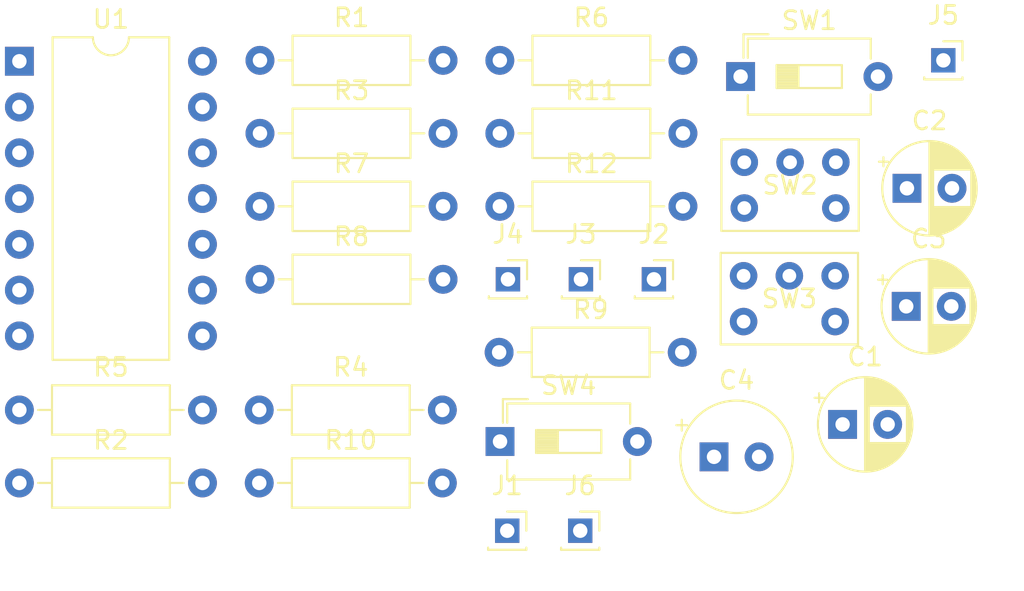
<source format=kicad_pcb>
(kicad_pcb (version 20171130) (host pcbnew "(5.1.4)-1")

  (general
    (thickness 1.6)
    (drawings 0)
    (tracks 0)
    (zones 0)
    (modules 27)
    (nets 22)
  )

  (page A4)
  (layers
    (0 F.Cu signal)
    (31 B.Cu signal)
    (32 B.Adhes user)
    (33 F.Adhes user)
    (34 B.Paste user)
    (35 F.Paste user)
    (36 B.SilkS user)
    (37 F.SilkS user)
    (38 B.Mask user)
    (39 F.Mask user)
    (40 Dwgs.User user)
    (41 Cmts.User user)
    (42 Eco1.User user)
    (43 Eco2.User user)
    (44 Edge.Cuts user)
    (45 Margin user)
    (46 B.CrtYd user)
    (47 F.CrtYd user)
    (48 B.Fab user)
    (49 F.Fab user)
  )

  (setup
    (last_trace_width 0.25)
    (trace_clearance 0.2)
    (zone_clearance 0.508)
    (zone_45_only no)
    (trace_min 0.2)
    (via_size 0.8)
    (via_drill 0.4)
    (via_min_size 0.4)
    (via_min_drill 0.3)
    (uvia_size 0.3)
    (uvia_drill 0.1)
    (uvias_allowed no)
    (uvia_min_size 0.2)
    (uvia_min_drill 0.1)
    (edge_width 0.05)
    (segment_width 0.2)
    (pcb_text_width 0.3)
    (pcb_text_size 1.5 1.5)
    (mod_edge_width 0.12)
    (mod_text_size 1 1)
    (mod_text_width 0.15)
    (pad_size 1.524 1.524)
    (pad_drill 0.762)
    (pad_to_mask_clearance 0.051)
    (solder_mask_min_width 0.25)
    (aux_axis_origin 0 0)
    (visible_elements 7FFFFFFF)
    (pcbplotparams
      (layerselection 0x010fc_ffffffff)
      (usegerberextensions false)
      (usegerberattributes false)
      (usegerberadvancedattributes false)
      (creategerberjobfile false)
      (excludeedgelayer true)
      (linewidth 0.100000)
      (plotframeref false)
      (viasonmask false)
      (mode 1)
      (useauxorigin false)
      (hpglpennumber 1)
      (hpglpenspeed 20)
      (hpglpendiameter 15.000000)
      (psnegative false)
      (psa4output false)
      (plotreference true)
      (plotvalue true)
      (plotinvisibletext false)
      (padsonsilk false)
      (subtractmaskfromsilk false)
      (outputformat 1)
      (mirror false)
      (drillshape 1)
      (scaleselection 1)
      (outputdirectory ""))
  )

  (net 0 "")
  (net 1 GND)
  (net 2 "Net-(C1-Pad1)")
  (net 3 "Net-(C2-Pad2)")
  (net 4 "Net-(C2-Pad1)")
  (net 5 "Net-(C3-Pad1)")
  (net 6 VCC)
  (net 7 "Net-(J1-Pad1)")
  (net 8 /ManualClock)
  (net 9 /Manual)
  (net 10 "Net-(R5-Pad1)")
  (net 11 "Net-(R6-Pad1)")
  (net 12 /Normal)
  (net 13 "Net-(R10-Pad2)")
  (net 14 "Net-(J2-Pad1)")
  (net 15 "Net-(R3-Pad1)")
  (net 16 "Net-(R4-Pad2)")
  (net 17 "Net-(R5-Pad2)")
  (net 18 "Net-(R7-Pad1)")
  (net 19 "Net-(R11-Pad1)")
  (net 20 "Net-(U1-Pad8)")
  (net 21 "Net-(U1-Pad13)")

  (net_class Default "これはデフォルトのネット クラスです。"
    (clearance 0.2)
    (trace_width 0.25)
    (via_dia 0.8)
    (via_drill 0.4)
    (uvia_dia 0.3)
    (uvia_drill 0.1)
    (add_net /Manual)
    (add_net /ManualClock)
    (add_net /Normal)
    (add_net GND)
    (add_net "Net-(C1-Pad1)")
    (add_net "Net-(C2-Pad1)")
    (add_net "Net-(C2-Pad2)")
    (add_net "Net-(C3-Pad1)")
    (add_net "Net-(J1-Pad1)")
    (add_net "Net-(J2-Pad1)")
    (add_net "Net-(R10-Pad2)")
    (add_net "Net-(R11-Pad1)")
    (add_net "Net-(R3-Pad1)")
    (add_net "Net-(R4-Pad2)")
    (add_net "Net-(R5-Pad1)")
    (add_net "Net-(R5-Pad2)")
    (add_net "Net-(R6-Pad1)")
    (add_net "Net-(R7-Pad1)")
    (add_net "Net-(U1-Pad13)")
    (add_net "Net-(U1-Pad8)")
    (add_net VCC)
  )

  (module Capacitor_THT:CP_Radial_D5.0mm_P2.50mm (layer F.Cu) (tedit 5AE50EF0) (tstamp 5EA2DACC)
    (at 152.164776 92.845001)
    (descr "CP, Radial series, Radial, pin pitch=2.50mm, , diameter=5mm, Electrolytic Capacitor")
    (tags "CP Radial series Radial pin pitch 2.50mm  diameter 5mm Electrolytic Capacitor")
    (path /5E5F8275)
    (fp_text reference C1 (at 1.25 -3.75) (layer F.SilkS)
      (effects (font (size 1 1) (thickness 0.15)))
    )
    (fp_text value "10uF 16V" (at 1.25 3.75) (layer F.Fab)
      (effects (font (size 1 1) (thickness 0.15)))
    )
    (fp_circle (center 1.25 0) (end 3.75 0) (layer F.Fab) (width 0.1))
    (fp_circle (center 1.25 0) (end 3.87 0) (layer F.SilkS) (width 0.12))
    (fp_circle (center 1.25 0) (end 4 0) (layer F.CrtYd) (width 0.05))
    (fp_line (start -0.883605 -1.0875) (end -0.383605 -1.0875) (layer F.Fab) (width 0.1))
    (fp_line (start -0.633605 -1.3375) (end -0.633605 -0.8375) (layer F.Fab) (width 0.1))
    (fp_line (start 1.25 -2.58) (end 1.25 2.58) (layer F.SilkS) (width 0.12))
    (fp_line (start 1.29 -2.58) (end 1.29 2.58) (layer F.SilkS) (width 0.12))
    (fp_line (start 1.33 -2.579) (end 1.33 2.579) (layer F.SilkS) (width 0.12))
    (fp_line (start 1.37 -2.578) (end 1.37 2.578) (layer F.SilkS) (width 0.12))
    (fp_line (start 1.41 -2.576) (end 1.41 2.576) (layer F.SilkS) (width 0.12))
    (fp_line (start 1.45 -2.573) (end 1.45 2.573) (layer F.SilkS) (width 0.12))
    (fp_line (start 1.49 -2.569) (end 1.49 -1.04) (layer F.SilkS) (width 0.12))
    (fp_line (start 1.49 1.04) (end 1.49 2.569) (layer F.SilkS) (width 0.12))
    (fp_line (start 1.53 -2.565) (end 1.53 -1.04) (layer F.SilkS) (width 0.12))
    (fp_line (start 1.53 1.04) (end 1.53 2.565) (layer F.SilkS) (width 0.12))
    (fp_line (start 1.57 -2.561) (end 1.57 -1.04) (layer F.SilkS) (width 0.12))
    (fp_line (start 1.57 1.04) (end 1.57 2.561) (layer F.SilkS) (width 0.12))
    (fp_line (start 1.61 -2.556) (end 1.61 -1.04) (layer F.SilkS) (width 0.12))
    (fp_line (start 1.61 1.04) (end 1.61 2.556) (layer F.SilkS) (width 0.12))
    (fp_line (start 1.65 -2.55) (end 1.65 -1.04) (layer F.SilkS) (width 0.12))
    (fp_line (start 1.65 1.04) (end 1.65 2.55) (layer F.SilkS) (width 0.12))
    (fp_line (start 1.69 -2.543) (end 1.69 -1.04) (layer F.SilkS) (width 0.12))
    (fp_line (start 1.69 1.04) (end 1.69 2.543) (layer F.SilkS) (width 0.12))
    (fp_line (start 1.73 -2.536) (end 1.73 -1.04) (layer F.SilkS) (width 0.12))
    (fp_line (start 1.73 1.04) (end 1.73 2.536) (layer F.SilkS) (width 0.12))
    (fp_line (start 1.77 -2.528) (end 1.77 -1.04) (layer F.SilkS) (width 0.12))
    (fp_line (start 1.77 1.04) (end 1.77 2.528) (layer F.SilkS) (width 0.12))
    (fp_line (start 1.81 -2.52) (end 1.81 -1.04) (layer F.SilkS) (width 0.12))
    (fp_line (start 1.81 1.04) (end 1.81 2.52) (layer F.SilkS) (width 0.12))
    (fp_line (start 1.85 -2.511) (end 1.85 -1.04) (layer F.SilkS) (width 0.12))
    (fp_line (start 1.85 1.04) (end 1.85 2.511) (layer F.SilkS) (width 0.12))
    (fp_line (start 1.89 -2.501) (end 1.89 -1.04) (layer F.SilkS) (width 0.12))
    (fp_line (start 1.89 1.04) (end 1.89 2.501) (layer F.SilkS) (width 0.12))
    (fp_line (start 1.93 -2.491) (end 1.93 -1.04) (layer F.SilkS) (width 0.12))
    (fp_line (start 1.93 1.04) (end 1.93 2.491) (layer F.SilkS) (width 0.12))
    (fp_line (start 1.971 -2.48) (end 1.971 -1.04) (layer F.SilkS) (width 0.12))
    (fp_line (start 1.971 1.04) (end 1.971 2.48) (layer F.SilkS) (width 0.12))
    (fp_line (start 2.011 -2.468) (end 2.011 -1.04) (layer F.SilkS) (width 0.12))
    (fp_line (start 2.011 1.04) (end 2.011 2.468) (layer F.SilkS) (width 0.12))
    (fp_line (start 2.051 -2.455) (end 2.051 -1.04) (layer F.SilkS) (width 0.12))
    (fp_line (start 2.051 1.04) (end 2.051 2.455) (layer F.SilkS) (width 0.12))
    (fp_line (start 2.091 -2.442) (end 2.091 -1.04) (layer F.SilkS) (width 0.12))
    (fp_line (start 2.091 1.04) (end 2.091 2.442) (layer F.SilkS) (width 0.12))
    (fp_line (start 2.131 -2.428) (end 2.131 -1.04) (layer F.SilkS) (width 0.12))
    (fp_line (start 2.131 1.04) (end 2.131 2.428) (layer F.SilkS) (width 0.12))
    (fp_line (start 2.171 -2.414) (end 2.171 -1.04) (layer F.SilkS) (width 0.12))
    (fp_line (start 2.171 1.04) (end 2.171 2.414) (layer F.SilkS) (width 0.12))
    (fp_line (start 2.211 -2.398) (end 2.211 -1.04) (layer F.SilkS) (width 0.12))
    (fp_line (start 2.211 1.04) (end 2.211 2.398) (layer F.SilkS) (width 0.12))
    (fp_line (start 2.251 -2.382) (end 2.251 -1.04) (layer F.SilkS) (width 0.12))
    (fp_line (start 2.251 1.04) (end 2.251 2.382) (layer F.SilkS) (width 0.12))
    (fp_line (start 2.291 -2.365) (end 2.291 -1.04) (layer F.SilkS) (width 0.12))
    (fp_line (start 2.291 1.04) (end 2.291 2.365) (layer F.SilkS) (width 0.12))
    (fp_line (start 2.331 -2.348) (end 2.331 -1.04) (layer F.SilkS) (width 0.12))
    (fp_line (start 2.331 1.04) (end 2.331 2.348) (layer F.SilkS) (width 0.12))
    (fp_line (start 2.371 -2.329) (end 2.371 -1.04) (layer F.SilkS) (width 0.12))
    (fp_line (start 2.371 1.04) (end 2.371 2.329) (layer F.SilkS) (width 0.12))
    (fp_line (start 2.411 -2.31) (end 2.411 -1.04) (layer F.SilkS) (width 0.12))
    (fp_line (start 2.411 1.04) (end 2.411 2.31) (layer F.SilkS) (width 0.12))
    (fp_line (start 2.451 -2.29) (end 2.451 -1.04) (layer F.SilkS) (width 0.12))
    (fp_line (start 2.451 1.04) (end 2.451 2.29) (layer F.SilkS) (width 0.12))
    (fp_line (start 2.491 -2.268) (end 2.491 -1.04) (layer F.SilkS) (width 0.12))
    (fp_line (start 2.491 1.04) (end 2.491 2.268) (layer F.SilkS) (width 0.12))
    (fp_line (start 2.531 -2.247) (end 2.531 -1.04) (layer F.SilkS) (width 0.12))
    (fp_line (start 2.531 1.04) (end 2.531 2.247) (layer F.SilkS) (width 0.12))
    (fp_line (start 2.571 -2.224) (end 2.571 -1.04) (layer F.SilkS) (width 0.12))
    (fp_line (start 2.571 1.04) (end 2.571 2.224) (layer F.SilkS) (width 0.12))
    (fp_line (start 2.611 -2.2) (end 2.611 -1.04) (layer F.SilkS) (width 0.12))
    (fp_line (start 2.611 1.04) (end 2.611 2.2) (layer F.SilkS) (width 0.12))
    (fp_line (start 2.651 -2.175) (end 2.651 -1.04) (layer F.SilkS) (width 0.12))
    (fp_line (start 2.651 1.04) (end 2.651 2.175) (layer F.SilkS) (width 0.12))
    (fp_line (start 2.691 -2.149) (end 2.691 -1.04) (layer F.SilkS) (width 0.12))
    (fp_line (start 2.691 1.04) (end 2.691 2.149) (layer F.SilkS) (width 0.12))
    (fp_line (start 2.731 -2.122) (end 2.731 -1.04) (layer F.SilkS) (width 0.12))
    (fp_line (start 2.731 1.04) (end 2.731 2.122) (layer F.SilkS) (width 0.12))
    (fp_line (start 2.771 -2.095) (end 2.771 -1.04) (layer F.SilkS) (width 0.12))
    (fp_line (start 2.771 1.04) (end 2.771 2.095) (layer F.SilkS) (width 0.12))
    (fp_line (start 2.811 -2.065) (end 2.811 -1.04) (layer F.SilkS) (width 0.12))
    (fp_line (start 2.811 1.04) (end 2.811 2.065) (layer F.SilkS) (width 0.12))
    (fp_line (start 2.851 -2.035) (end 2.851 -1.04) (layer F.SilkS) (width 0.12))
    (fp_line (start 2.851 1.04) (end 2.851 2.035) (layer F.SilkS) (width 0.12))
    (fp_line (start 2.891 -2.004) (end 2.891 -1.04) (layer F.SilkS) (width 0.12))
    (fp_line (start 2.891 1.04) (end 2.891 2.004) (layer F.SilkS) (width 0.12))
    (fp_line (start 2.931 -1.971) (end 2.931 -1.04) (layer F.SilkS) (width 0.12))
    (fp_line (start 2.931 1.04) (end 2.931 1.971) (layer F.SilkS) (width 0.12))
    (fp_line (start 2.971 -1.937) (end 2.971 -1.04) (layer F.SilkS) (width 0.12))
    (fp_line (start 2.971 1.04) (end 2.971 1.937) (layer F.SilkS) (width 0.12))
    (fp_line (start 3.011 -1.901) (end 3.011 -1.04) (layer F.SilkS) (width 0.12))
    (fp_line (start 3.011 1.04) (end 3.011 1.901) (layer F.SilkS) (width 0.12))
    (fp_line (start 3.051 -1.864) (end 3.051 -1.04) (layer F.SilkS) (width 0.12))
    (fp_line (start 3.051 1.04) (end 3.051 1.864) (layer F.SilkS) (width 0.12))
    (fp_line (start 3.091 -1.826) (end 3.091 -1.04) (layer F.SilkS) (width 0.12))
    (fp_line (start 3.091 1.04) (end 3.091 1.826) (layer F.SilkS) (width 0.12))
    (fp_line (start 3.131 -1.785) (end 3.131 -1.04) (layer F.SilkS) (width 0.12))
    (fp_line (start 3.131 1.04) (end 3.131 1.785) (layer F.SilkS) (width 0.12))
    (fp_line (start 3.171 -1.743) (end 3.171 -1.04) (layer F.SilkS) (width 0.12))
    (fp_line (start 3.171 1.04) (end 3.171 1.743) (layer F.SilkS) (width 0.12))
    (fp_line (start 3.211 -1.699) (end 3.211 -1.04) (layer F.SilkS) (width 0.12))
    (fp_line (start 3.211 1.04) (end 3.211 1.699) (layer F.SilkS) (width 0.12))
    (fp_line (start 3.251 -1.653) (end 3.251 -1.04) (layer F.SilkS) (width 0.12))
    (fp_line (start 3.251 1.04) (end 3.251 1.653) (layer F.SilkS) (width 0.12))
    (fp_line (start 3.291 -1.605) (end 3.291 -1.04) (layer F.SilkS) (width 0.12))
    (fp_line (start 3.291 1.04) (end 3.291 1.605) (layer F.SilkS) (width 0.12))
    (fp_line (start 3.331 -1.554) (end 3.331 -1.04) (layer F.SilkS) (width 0.12))
    (fp_line (start 3.331 1.04) (end 3.331 1.554) (layer F.SilkS) (width 0.12))
    (fp_line (start 3.371 -1.5) (end 3.371 -1.04) (layer F.SilkS) (width 0.12))
    (fp_line (start 3.371 1.04) (end 3.371 1.5) (layer F.SilkS) (width 0.12))
    (fp_line (start 3.411 -1.443) (end 3.411 -1.04) (layer F.SilkS) (width 0.12))
    (fp_line (start 3.411 1.04) (end 3.411 1.443) (layer F.SilkS) (width 0.12))
    (fp_line (start 3.451 -1.383) (end 3.451 -1.04) (layer F.SilkS) (width 0.12))
    (fp_line (start 3.451 1.04) (end 3.451 1.383) (layer F.SilkS) (width 0.12))
    (fp_line (start 3.491 -1.319) (end 3.491 -1.04) (layer F.SilkS) (width 0.12))
    (fp_line (start 3.491 1.04) (end 3.491 1.319) (layer F.SilkS) (width 0.12))
    (fp_line (start 3.531 -1.251) (end 3.531 -1.04) (layer F.SilkS) (width 0.12))
    (fp_line (start 3.531 1.04) (end 3.531 1.251) (layer F.SilkS) (width 0.12))
    (fp_line (start 3.571 -1.178) (end 3.571 1.178) (layer F.SilkS) (width 0.12))
    (fp_line (start 3.611 -1.098) (end 3.611 1.098) (layer F.SilkS) (width 0.12))
    (fp_line (start 3.651 -1.011) (end 3.651 1.011) (layer F.SilkS) (width 0.12))
    (fp_line (start 3.691 -0.915) (end 3.691 0.915) (layer F.SilkS) (width 0.12))
    (fp_line (start 3.731 -0.805) (end 3.731 0.805) (layer F.SilkS) (width 0.12))
    (fp_line (start 3.771 -0.677) (end 3.771 0.677) (layer F.SilkS) (width 0.12))
    (fp_line (start 3.811 -0.518) (end 3.811 0.518) (layer F.SilkS) (width 0.12))
    (fp_line (start 3.851 -0.284) (end 3.851 0.284) (layer F.SilkS) (width 0.12))
    (fp_line (start -1.554775 -1.475) (end -1.054775 -1.475) (layer F.SilkS) (width 0.12))
    (fp_line (start -1.304775 -1.725) (end -1.304775 -1.225) (layer F.SilkS) (width 0.12))
    (fp_text user %R (at 1.25 0) (layer F.Fab)
      (effects (font (size 1 1) (thickness 0.15)))
    )
    (pad 1 thru_hole rect (at 0 0) (size 1.6 1.6) (drill 0.8) (layers *.Cu *.Mask)
      (net 2 "Net-(C1-Pad1)"))
    (pad 2 thru_hole circle (at 2.5 0) (size 1.6 1.6) (drill 0.8) (layers *.Cu *.Mask)
      (net 1 GND))
    (model ${KISYS3DMOD}/Capacitor_THT.3dshapes/CP_Radial_D5.0mm_P2.50mm.wrl
      (at (xyz 0 0 0))
      (scale (xyz 1 1 1))
      (rotate (xyz 0 0 0))
    )
  )

  (module Capacitor_THT:CP_Radial_D5.0mm_P2.50mm (layer F.Cu) (tedit 5AE50EF0) (tstamp 5EA2DB50)
    (at 155.734776 79.745001)
    (descr "CP, Radial series, Radial, pin pitch=2.50mm, , diameter=5mm, Electrolytic Capacitor")
    (tags "CP Radial series Radial pin pitch 2.50mm  diameter 5mm Electrolytic Capacitor")
    (path /5E5F8300)
    (fp_text reference C2 (at 1.25 -3.75) (layer F.SilkS)
      (effects (font (size 1 1) (thickness 0.15)))
    )
    (fp_text value "10uF 16V" (at 1.25 3.75) (layer F.Fab)
      (effects (font (size 1 1) (thickness 0.15)))
    )
    (fp_circle (center 1.25 0) (end 3.75 0) (layer F.Fab) (width 0.1))
    (fp_circle (center 1.25 0) (end 3.87 0) (layer F.SilkS) (width 0.12))
    (fp_circle (center 1.25 0) (end 4 0) (layer F.CrtYd) (width 0.05))
    (fp_line (start -0.883605 -1.0875) (end -0.383605 -1.0875) (layer F.Fab) (width 0.1))
    (fp_line (start -0.633605 -1.3375) (end -0.633605 -0.8375) (layer F.Fab) (width 0.1))
    (fp_line (start 1.25 -2.58) (end 1.25 2.58) (layer F.SilkS) (width 0.12))
    (fp_line (start 1.29 -2.58) (end 1.29 2.58) (layer F.SilkS) (width 0.12))
    (fp_line (start 1.33 -2.579) (end 1.33 2.579) (layer F.SilkS) (width 0.12))
    (fp_line (start 1.37 -2.578) (end 1.37 2.578) (layer F.SilkS) (width 0.12))
    (fp_line (start 1.41 -2.576) (end 1.41 2.576) (layer F.SilkS) (width 0.12))
    (fp_line (start 1.45 -2.573) (end 1.45 2.573) (layer F.SilkS) (width 0.12))
    (fp_line (start 1.49 -2.569) (end 1.49 -1.04) (layer F.SilkS) (width 0.12))
    (fp_line (start 1.49 1.04) (end 1.49 2.569) (layer F.SilkS) (width 0.12))
    (fp_line (start 1.53 -2.565) (end 1.53 -1.04) (layer F.SilkS) (width 0.12))
    (fp_line (start 1.53 1.04) (end 1.53 2.565) (layer F.SilkS) (width 0.12))
    (fp_line (start 1.57 -2.561) (end 1.57 -1.04) (layer F.SilkS) (width 0.12))
    (fp_line (start 1.57 1.04) (end 1.57 2.561) (layer F.SilkS) (width 0.12))
    (fp_line (start 1.61 -2.556) (end 1.61 -1.04) (layer F.SilkS) (width 0.12))
    (fp_line (start 1.61 1.04) (end 1.61 2.556) (layer F.SilkS) (width 0.12))
    (fp_line (start 1.65 -2.55) (end 1.65 -1.04) (layer F.SilkS) (width 0.12))
    (fp_line (start 1.65 1.04) (end 1.65 2.55) (layer F.SilkS) (width 0.12))
    (fp_line (start 1.69 -2.543) (end 1.69 -1.04) (layer F.SilkS) (width 0.12))
    (fp_line (start 1.69 1.04) (end 1.69 2.543) (layer F.SilkS) (width 0.12))
    (fp_line (start 1.73 -2.536) (end 1.73 -1.04) (layer F.SilkS) (width 0.12))
    (fp_line (start 1.73 1.04) (end 1.73 2.536) (layer F.SilkS) (width 0.12))
    (fp_line (start 1.77 -2.528) (end 1.77 -1.04) (layer F.SilkS) (width 0.12))
    (fp_line (start 1.77 1.04) (end 1.77 2.528) (layer F.SilkS) (width 0.12))
    (fp_line (start 1.81 -2.52) (end 1.81 -1.04) (layer F.SilkS) (width 0.12))
    (fp_line (start 1.81 1.04) (end 1.81 2.52) (layer F.SilkS) (width 0.12))
    (fp_line (start 1.85 -2.511) (end 1.85 -1.04) (layer F.SilkS) (width 0.12))
    (fp_line (start 1.85 1.04) (end 1.85 2.511) (layer F.SilkS) (width 0.12))
    (fp_line (start 1.89 -2.501) (end 1.89 -1.04) (layer F.SilkS) (width 0.12))
    (fp_line (start 1.89 1.04) (end 1.89 2.501) (layer F.SilkS) (width 0.12))
    (fp_line (start 1.93 -2.491) (end 1.93 -1.04) (layer F.SilkS) (width 0.12))
    (fp_line (start 1.93 1.04) (end 1.93 2.491) (layer F.SilkS) (width 0.12))
    (fp_line (start 1.971 -2.48) (end 1.971 -1.04) (layer F.SilkS) (width 0.12))
    (fp_line (start 1.971 1.04) (end 1.971 2.48) (layer F.SilkS) (width 0.12))
    (fp_line (start 2.011 -2.468) (end 2.011 -1.04) (layer F.SilkS) (width 0.12))
    (fp_line (start 2.011 1.04) (end 2.011 2.468) (layer F.SilkS) (width 0.12))
    (fp_line (start 2.051 -2.455) (end 2.051 -1.04) (layer F.SilkS) (width 0.12))
    (fp_line (start 2.051 1.04) (end 2.051 2.455) (layer F.SilkS) (width 0.12))
    (fp_line (start 2.091 -2.442) (end 2.091 -1.04) (layer F.SilkS) (width 0.12))
    (fp_line (start 2.091 1.04) (end 2.091 2.442) (layer F.SilkS) (width 0.12))
    (fp_line (start 2.131 -2.428) (end 2.131 -1.04) (layer F.SilkS) (width 0.12))
    (fp_line (start 2.131 1.04) (end 2.131 2.428) (layer F.SilkS) (width 0.12))
    (fp_line (start 2.171 -2.414) (end 2.171 -1.04) (layer F.SilkS) (width 0.12))
    (fp_line (start 2.171 1.04) (end 2.171 2.414) (layer F.SilkS) (width 0.12))
    (fp_line (start 2.211 -2.398) (end 2.211 -1.04) (layer F.SilkS) (width 0.12))
    (fp_line (start 2.211 1.04) (end 2.211 2.398) (layer F.SilkS) (width 0.12))
    (fp_line (start 2.251 -2.382) (end 2.251 -1.04) (layer F.SilkS) (width 0.12))
    (fp_line (start 2.251 1.04) (end 2.251 2.382) (layer F.SilkS) (width 0.12))
    (fp_line (start 2.291 -2.365) (end 2.291 -1.04) (layer F.SilkS) (width 0.12))
    (fp_line (start 2.291 1.04) (end 2.291 2.365) (layer F.SilkS) (width 0.12))
    (fp_line (start 2.331 -2.348) (end 2.331 -1.04) (layer F.SilkS) (width 0.12))
    (fp_line (start 2.331 1.04) (end 2.331 2.348) (layer F.SilkS) (width 0.12))
    (fp_line (start 2.371 -2.329) (end 2.371 -1.04) (layer F.SilkS) (width 0.12))
    (fp_line (start 2.371 1.04) (end 2.371 2.329) (layer F.SilkS) (width 0.12))
    (fp_line (start 2.411 -2.31) (end 2.411 -1.04) (layer F.SilkS) (width 0.12))
    (fp_line (start 2.411 1.04) (end 2.411 2.31) (layer F.SilkS) (width 0.12))
    (fp_line (start 2.451 -2.29) (end 2.451 -1.04) (layer F.SilkS) (width 0.12))
    (fp_line (start 2.451 1.04) (end 2.451 2.29) (layer F.SilkS) (width 0.12))
    (fp_line (start 2.491 -2.268) (end 2.491 -1.04) (layer F.SilkS) (width 0.12))
    (fp_line (start 2.491 1.04) (end 2.491 2.268) (layer F.SilkS) (width 0.12))
    (fp_line (start 2.531 -2.247) (end 2.531 -1.04) (layer F.SilkS) (width 0.12))
    (fp_line (start 2.531 1.04) (end 2.531 2.247) (layer F.SilkS) (width 0.12))
    (fp_line (start 2.571 -2.224) (end 2.571 -1.04) (layer F.SilkS) (width 0.12))
    (fp_line (start 2.571 1.04) (end 2.571 2.224) (layer F.SilkS) (width 0.12))
    (fp_line (start 2.611 -2.2) (end 2.611 -1.04) (layer F.SilkS) (width 0.12))
    (fp_line (start 2.611 1.04) (end 2.611 2.2) (layer F.SilkS) (width 0.12))
    (fp_line (start 2.651 -2.175) (end 2.651 -1.04) (layer F.SilkS) (width 0.12))
    (fp_line (start 2.651 1.04) (end 2.651 2.175) (layer F.SilkS) (width 0.12))
    (fp_line (start 2.691 -2.149) (end 2.691 -1.04) (layer F.SilkS) (width 0.12))
    (fp_line (start 2.691 1.04) (end 2.691 2.149) (layer F.SilkS) (width 0.12))
    (fp_line (start 2.731 -2.122) (end 2.731 -1.04) (layer F.SilkS) (width 0.12))
    (fp_line (start 2.731 1.04) (end 2.731 2.122) (layer F.SilkS) (width 0.12))
    (fp_line (start 2.771 -2.095) (end 2.771 -1.04) (layer F.SilkS) (width 0.12))
    (fp_line (start 2.771 1.04) (end 2.771 2.095) (layer F.SilkS) (width 0.12))
    (fp_line (start 2.811 -2.065) (end 2.811 -1.04) (layer F.SilkS) (width 0.12))
    (fp_line (start 2.811 1.04) (end 2.811 2.065) (layer F.SilkS) (width 0.12))
    (fp_line (start 2.851 -2.035) (end 2.851 -1.04) (layer F.SilkS) (width 0.12))
    (fp_line (start 2.851 1.04) (end 2.851 2.035) (layer F.SilkS) (width 0.12))
    (fp_line (start 2.891 -2.004) (end 2.891 -1.04) (layer F.SilkS) (width 0.12))
    (fp_line (start 2.891 1.04) (end 2.891 2.004) (layer F.SilkS) (width 0.12))
    (fp_line (start 2.931 -1.971) (end 2.931 -1.04) (layer F.SilkS) (width 0.12))
    (fp_line (start 2.931 1.04) (end 2.931 1.971) (layer F.SilkS) (width 0.12))
    (fp_line (start 2.971 -1.937) (end 2.971 -1.04) (layer F.SilkS) (width 0.12))
    (fp_line (start 2.971 1.04) (end 2.971 1.937) (layer F.SilkS) (width 0.12))
    (fp_line (start 3.011 -1.901) (end 3.011 -1.04) (layer F.SilkS) (width 0.12))
    (fp_line (start 3.011 1.04) (end 3.011 1.901) (layer F.SilkS) (width 0.12))
    (fp_line (start 3.051 -1.864) (end 3.051 -1.04) (layer F.SilkS) (width 0.12))
    (fp_line (start 3.051 1.04) (end 3.051 1.864) (layer F.SilkS) (width 0.12))
    (fp_line (start 3.091 -1.826) (end 3.091 -1.04) (layer F.SilkS) (width 0.12))
    (fp_line (start 3.091 1.04) (end 3.091 1.826) (layer F.SilkS) (width 0.12))
    (fp_line (start 3.131 -1.785) (end 3.131 -1.04) (layer F.SilkS) (width 0.12))
    (fp_line (start 3.131 1.04) (end 3.131 1.785) (layer F.SilkS) (width 0.12))
    (fp_line (start 3.171 -1.743) (end 3.171 -1.04) (layer F.SilkS) (width 0.12))
    (fp_line (start 3.171 1.04) (end 3.171 1.743) (layer F.SilkS) (width 0.12))
    (fp_line (start 3.211 -1.699) (end 3.211 -1.04) (layer F.SilkS) (width 0.12))
    (fp_line (start 3.211 1.04) (end 3.211 1.699) (layer F.SilkS) (width 0.12))
    (fp_line (start 3.251 -1.653) (end 3.251 -1.04) (layer F.SilkS) (width 0.12))
    (fp_line (start 3.251 1.04) (end 3.251 1.653) (layer F.SilkS) (width 0.12))
    (fp_line (start 3.291 -1.605) (end 3.291 -1.04) (layer F.SilkS) (width 0.12))
    (fp_line (start 3.291 1.04) (end 3.291 1.605) (layer F.SilkS) (width 0.12))
    (fp_line (start 3.331 -1.554) (end 3.331 -1.04) (layer F.SilkS) (width 0.12))
    (fp_line (start 3.331 1.04) (end 3.331 1.554) (layer F.SilkS) (width 0.12))
    (fp_line (start 3.371 -1.5) (end 3.371 -1.04) (layer F.SilkS) (width 0.12))
    (fp_line (start 3.371 1.04) (end 3.371 1.5) (layer F.SilkS) (width 0.12))
    (fp_line (start 3.411 -1.443) (end 3.411 -1.04) (layer F.SilkS) (width 0.12))
    (fp_line (start 3.411 1.04) (end 3.411 1.443) (layer F.SilkS) (width 0.12))
    (fp_line (start 3.451 -1.383) (end 3.451 -1.04) (layer F.SilkS) (width 0.12))
    (fp_line (start 3.451 1.04) (end 3.451 1.383) (layer F.SilkS) (width 0.12))
    (fp_line (start 3.491 -1.319) (end 3.491 -1.04) (layer F.SilkS) (width 0.12))
    (fp_line (start 3.491 1.04) (end 3.491 1.319) (layer F.SilkS) (width 0.12))
    (fp_line (start 3.531 -1.251) (end 3.531 -1.04) (layer F.SilkS) (width 0.12))
    (fp_line (start 3.531 1.04) (end 3.531 1.251) (layer F.SilkS) (width 0.12))
    (fp_line (start 3.571 -1.178) (end 3.571 1.178) (layer F.SilkS) (width 0.12))
    (fp_line (start 3.611 -1.098) (end 3.611 1.098) (layer F.SilkS) (width 0.12))
    (fp_line (start 3.651 -1.011) (end 3.651 1.011) (layer F.SilkS) (width 0.12))
    (fp_line (start 3.691 -0.915) (end 3.691 0.915) (layer F.SilkS) (width 0.12))
    (fp_line (start 3.731 -0.805) (end 3.731 0.805) (layer F.SilkS) (width 0.12))
    (fp_line (start 3.771 -0.677) (end 3.771 0.677) (layer F.SilkS) (width 0.12))
    (fp_line (start 3.811 -0.518) (end 3.811 0.518) (layer F.SilkS) (width 0.12))
    (fp_line (start 3.851 -0.284) (end 3.851 0.284) (layer F.SilkS) (width 0.12))
    (fp_line (start -1.554775 -1.475) (end -1.054775 -1.475) (layer F.SilkS) (width 0.12))
    (fp_line (start -1.304775 -1.725) (end -1.304775 -1.225) (layer F.SilkS) (width 0.12))
    (fp_text user %R (at 1.25 0) (layer F.Fab)
      (effects (font (size 1 1) (thickness 0.15)))
    )
    (pad 1 thru_hole rect (at 0 0) (size 1.6 1.6) (drill 0.8) (layers *.Cu *.Mask)
      (net 4 "Net-(C2-Pad1)"))
    (pad 2 thru_hole circle (at 2.5 0) (size 1.6 1.6) (drill 0.8) (layers *.Cu *.Mask)
      (net 3 "Net-(C2-Pad2)"))
    (model ${KISYS3DMOD}/Capacitor_THT.3dshapes/CP_Radial_D5.0mm_P2.50mm.wrl
      (at (xyz 0 0 0))
      (scale (xyz 1 1 1))
      (rotate (xyz 0 0 0))
    )
  )

  (module Capacitor_THT:CP_Radial_D5.0mm_P2.50mm (layer F.Cu) (tedit 5AE50EF0) (tstamp 5EA2DBD4)
    (at 155.694776 86.295001)
    (descr "CP, Radial series, Radial, pin pitch=2.50mm, , diameter=5mm, Electrolytic Capacitor")
    (tags "CP Radial series Radial pin pitch 2.50mm  diameter 5mm Electrolytic Capacitor")
    (path /5E5F82B0)
    (fp_text reference C3 (at 1.25 -3.75) (layer F.SilkS)
      (effects (font (size 1 1) (thickness 0.15)))
    )
    (fp_text value "10uF 16V" (at 1.25 3.75) (layer F.Fab)
      (effects (font (size 1 1) (thickness 0.15)))
    )
    (fp_text user %R (at 1.25 0) (layer F.Fab)
      (effects (font (size 1 1) (thickness 0.15)))
    )
    (fp_line (start -1.304775 -1.725) (end -1.304775 -1.225) (layer F.SilkS) (width 0.12))
    (fp_line (start -1.554775 -1.475) (end -1.054775 -1.475) (layer F.SilkS) (width 0.12))
    (fp_line (start 3.851 -0.284) (end 3.851 0.284) (layer F.SilkS) (width 0.12))
    (fp_line (start 3.811 -0.518) (end 3.811 0.518) (layer F.SilkS) (width 0.12))
    (fp_line (start 3.771 -0.677) (end 3.771 0.677) (layer F.SilkS) (width 0.12))
    (fp_line (start 3.731 -0.805) (end 3.731 0.805) (layer F.SilkS) (width 0.12))
    (fp_line (start 3.691 -0.915) (end 3.691 0.915) (layer F.SilkS) (width 0.12))
    (fp_line (start 3.651 -1.011) (end 3.651 1.011) (layer F.SilkS) (width 0.12))
    (fp_line (start 3.611 -1.098) (end 3.611 1.098) (layer F.SilkS) (width 0.12))
    (fp_line (start 3.571 -1.178) (end 3.571 1.178) (layer F.SilkS) (width 0.12))
    (fp_line (start 3.531 1.04) (end 3.531 1.251) (layer F.SilkS) (width 0.12))
    (fp_line (start 3.531 -1.251) (end 3.531 -1.04) (layer F.SilkS) (width 0.12))
    (fp_line (start 3.491 1.04) (end 3.491 1.319) (layer F.SilkS) (width 0.12))
    (fp_line (start 3.491 -1.319) (end 3.491 -1.04) (layer F.SilkS) (width 0.12))
    (fp_line (start 3.451 1.04) (end 3.451 1.383) (layer F.SilkS) (width 0.12))
    (fp_line (start 3.451 -1.383) (end 3.451 -1.04) (layer F.SilkS) (width 0.12))
    (fp_line (start 3.411 1.04) (end 3.411 1.443) (layer F.SilkS) (width 0.12))
    (fp_line (start 3.411 -1.443) (end 3.411 -1.04) (layer F.SilkS) (width 0.12))
    (fp_line (start 3.371 1.04) (end 3.371 1.5) (layer F.SilkS) (width 0.12))
    (fp_line (start 3.371 -1.5) (end 3.371 -1.04) (layer F.SilkS) (width 0.12))
    (fp_line (start 3.331 1.04) (end 3.331 1.554) (layer F.SilkS) (width 0.12))
    (fp_line (start 3.331 -1.554) (end 3.331 -1.04) (layer F.SilkS) (width 0.12))
    (fp_line (start 3.291 1.04) (end 3.291 1.605) (layer F.SilkS) (width 0.12))
    (fp_line (start 3.291 -1.605) (end 3.291 -1.04) (layer F.SilkS) (width 0.12))
    (fp_line (start 3.251 1.04) (end 3.251 1.653) (layer F.SilkS) (width 0.12))
    (fp_line (start 3.251 -1.653) (end 3.251 -1.04) (layer F.SilkS) (width 0.12))
    (fp_line (start 3.211 1.04) (end 3.211 1.699) (layer F.SilkS) (width 0.12))
    (fp_line (start 3.211 -1.699) (end 3.211 -1.04) (layer F.SilkS) (width 0.12))
    (fp_line (start 3.171 1.04) (end 3.171 1.743) (layer F.SilkS) (width 0.12))
    (fp_line (start 3.171 -1.743) (end 3.171 -1.04) (layer F.SilkS) (width 0.12))
    (fp_line (start 3.131 1.04) (end 3.131 1.785) (layer F.SilkS) (width 0.12))
    (fp_line (start 3.131 -1.785) (end 3.131 -1.04) (layer F.SilkS) (width 0.12))
    (fp_line (start 3.091 1.04) (end 3.091 1.826) (layer F.SilkS) (width 0.12))
    (fp_line (start 3.091 -1.826) (end 3.091 -1.04) (layer F.SilkS) (width 0.12))
    (fp_line (start 3.051 1.04) (end 3.051 1.864) (layer F.SilkS) (width 0.12))
    (fp_line (start 3.051 -1.864) (end 3.051 -1.04) (layer F.SilkS) (width 0.12))
    (fp_line (start 3.011 1.04) (end 3.011 1.901) (layer F.SilkS) (width 0.12))
    (fp_line (start 3.011 -1.901) (end 3.011 -1.04) (layer F.SilkS) (width 0.12))
    (fp_line (start 2.971 1.04) (end 2.971 1.937) (layer F.SilkS) (width 0.12))
    (fp_line (start 2.971 -1.937) (end 2.971 -1.04) (layer F.SilkS) (width 0.12))
    (fp_line (start 2.931 1.04) (end 2.931 1.971) (layer F.SilkS) (width 0.12))
    (fp_line (start 2.931 -1.971) (end 2.931 -1.04) (layer F.SilkS) (width 0.12))
    (fp_line (start 2.891 1.04) (end 2.891 2.004) (layer F.SilkS) (width 0.12))
    (fp_line (start 2.891 -2.004) (end 2.891 -1.04) (layer F.SilkS) (width 0.12))
    (fp_line (start 2.851 1.04) (end 2.851 2.035) (layer F.SilkS) (width 0.12))
    (fp_line (start 2.851 -2.035) (end 2.851 -1.04) (layer F.SilkS) (width 0.12))
    (fp_line (start 2.811 1.04) (end 2.811 2.065) (layer F.SilkS) (width 0.12))
    (fp_line (start 2.811 -2.065) (end 2.811 -1.04) (layer F.SilkS) (width 0.12))
    (fp_line (start 2.771 1.04) (end 2.771 2.095) (layer F.SilkS) (width 0.12))
    (fp_line (start 2.771 -2.095) (end 2.771 -1.04) (layer F.SilkS) (width 0.12))
    (fp_line (start 2.731 1.04) (end 2.731 2.122) (layer F.SilkS) (width 0.12))
    (fp_line (start 2.731 -2.122) (end 2.731 -1.04) (layer F.SilkS) (width 0.12))
    (fp_line (start 2.691 1.04) (end 2.691 2.149) (layer F.SilkS) (width 0.12))
    (fp_line (start 2.691 -2.149) (end 2.691 -1.04) (layer F.SilkS) (width 0.12))
    (fp_line (start 2.651 1.04) (end 2.651 2.175) (layer F.SilkS) (width 0.12))
    (fp_line (start 2.651 -2.175) (end 2.651 -1.04) (layer F.SilkS) (width 0.12))
    (fp_line (start 2.611 1.04) (end 2.611 2.2) (layer F.SilkS) (width 0.12))
    (fp_line (start 2.611 -2.2) (end 2.611 -1.04) (layer F.SilkS) (width 0.12))
    (fp_line (start 2.571 1.04) (end 2.571 2.224) (layer F.SilkS) (width 0.12))
    (fp_line (start 2.571 -2.224) (end 2.571 -1.04) (layer F.SilkS) (width 0.12))
    (fp_line (start 2.531 1.04) (end 2.531 2.247) (layer F.SilkS) (width 0.12))
    (fp_line (start 2.531 -2.247) (end 2.531 -1.04) (layer F.SilkS) (width 0.12))
    (fp_line (start 2.491 1.04) (end 2.491 2.268) (layer F.SilkS) (width 0.12))
    (fp_line (start 2.491 -2.268) (end 2.491 -1.04) (layer F.SilkS) (width 0.12))
    (fp_line (start 2.451 1.04) (end 2.451 2.29) (layer F.SilkS) (width 0.12))
    (fp_line (start 2.451 -2.29) (end 2.451 -1.04) (layer F.SilkS) (width 0.12))
    (fp_line (start 2.411 1.04) (end 2.411 2.31) (layer F.SilkS) (width 0.12))
    (fp_line (start 2.411 -2.31) (end 2.411 -1.04) (layer F.SilkS) (width 0.12))
    (fp_line (start 2.371 1.04) (end 2.371 2.329) (layer F.SilkS) (width 0.12))
    (fp_line (start 2.371 -2.329) (end 2.371 -1.04) (layer F.SilkS) (width 0.12))
    (fp_line (start 2.331 1.04) (end 2.331 2.348) (layer F.SilkS) (width 0.12))
    (fp_line (start 2.331 -2.348) (end 2.331 -1.04) (layer F.SilkS) (width 0.12))
    (fp_line (start 2.291 1.04) (end 2.291 2.365) (layer F.SilkS) (width 0.12))
    (fp_line (start 2.291 -2.365) (end 2.291 -1.04) (layer F.SilkS) (width 0.12))
    (fp_line (start 2.251 1.04) (end 2.251 2.382) (layer F.SilkS) (width 0.12))
    (fp_line (start 2.251 -2.382) (end 2.251 -1.04) (layer F.SilkS) (width 0.12))
    (fp_line (start 2.211 1.04) (end 2.211 2.398) (layer F.SilkS) (width 0.12))
    (fp_line (start 2.211 -2.398) (end 2.211 -1.04) (layer F.SilkS) (width 0.12))
    (fp_line (start 2.171 1.04) (end 2.171 2.414) (layer F.SilkS) (width 0.12))
    (fp_line (start 2.171 -2.414) (end 2.171 -1.04) (layer F.SilkS) (width 0.12))
    (fp_line (start 2.131 1.04) (end 2.131 2.428) (layer F.SilkS) (width 0.12))
    (fp_line (start 2.131 -2.428) (end 2.131 -1.04) (layer F.SilkS) (width 0.12))
    (fp_line (start 2.091 1.04) (end 2.091 2.442) (layer F.SilkS) (width 0.12))
    (fp_line (start 2.091 -2.442) (end 2.091 -1.04) (layer F.SilkS) (width 0.12))
    (fp_line (start 2.051 1.04) (end 2.051 2.455) (layer F.SilkS) (width 0.12))
    (fp_line (start 2.051 -2.455) (end 2.051 -1.04) (layer F.SilkS) (width 0.12))
    (fp_line (start 2.011 1.04) (end 2.011 2.468) (layer F.SilkS) (width 0.12))
    (fp_line (start 2.011 -2.468) (end 2.011 -1.04) (layer F.SilkS) (width 0.12))
    (fp_line (start 1.971 1.04) (end 1.971 2.48) (layer F.SilkS) (width 0.12))
    (fp_line (start 1.971 -2.48) (end 1.971 -1.04) (layer F.SilkS) (width 0.12))
    (fp_line (start 1.93 1.04) (end 1.93 2.491) (layer F.SilkS) (width 0.12))
    (fp_line (start 1.93 -2.491) (end 1.93 -1.04) (layer F.SilkS) (width 0.12))
    (fp_line (start 1.89 1.04) (end 1.89 2.501) (layer F.SilkS) (width 0.12))
    (fp_line (start 1.89 -2.501) (end 1.89 -1.04) (layer F.SilkS) (width 0.12))
    (fp_line (start 1.85 1.04) (end 1.85 2.511) (layer F.SilkS) (width 0.12))
    (fp_line (start 1.85 -2.511) (end 1.85 -1.04) (layer F.SilkS) (width 0.12))
    (fp_line (start 1.81 1.04) (end 1.81 2.52) (layer F.SilkS) (width 0.12))
    (fp_line (start 1.81 -2.52) (end 1.81 -1.04) (layer F.SilkS) (width 0.12))
    (fp_line (start 1.77 1.04) (end 1.77 2.528) (layer F.SilkS) (width 0.12))
    (fp_line (start 1.77 -2.528) (end 1.77 -1.04) (layer F.SilkS) (width 0.12))
    (fp_line (start 1.73 1.04) (end 1.73 2.536) (layer F.SilkS) (width 0.12))
    (fp_line (start 1.73 -2.536) (end 1.73 -1.04) (layer F.SilkS) (width 0.12))
    (fp_line (start 1.69 1.04) (end 1.69 2.543) (layer F.SilkS) (width 0.12))
    (fp_line (start 1.69 -2.543) (end 1.69 -1.04) (layer F.SilkS) (width 0.12))
    (fp_line (start 1.65 1.04) (end 1.65 2.55) (layer F.SilkS) (width 0.12))
    (fp_line (start 1.65 -2.55) (end 1.65 -1.04) (layer F.SilkS) (width 0.12))
    (fp_line (start 1.61 1.04) (end 1.61 2.556) (layer F.SilkS) (width 0.12))
    (fp_line (start 1.61 -2.556) (end 1.61 -1.04) (layer F.SilkS) (width 0.12))
    (fp_line (start 1.57 1.04) (end 1.57 2.561) (layer F.SilkS) (width 0.12))
    (fp_line (start 1.57 -2.561) (end 1.57 -1.04) (layer F.SilkS) (width 0.12))
    (fp_line (start 1.53 1.04) (end 1.53 2.565) (layer F.SilkS) (width 0.12))
    (fp_line (start 1.53 -2.565) (end 1.53 -1.04) (layer F.SilkS) (width 0.12))
    (fp_line (start 1.49 1.04) (end 1.49 2.569) (layer F.SilkS) (width 0.12))
    (fp_line (start 1.49 -2.569) (end 1.49 -1.04) (layer F.SilkS) (width 0.12))
    (fp_line (start 1.45 -2.573) (end 1.45 2.573) (layer F.SilkS) (width 0.12))
    (fp_line (start 1.41 -2.576) (end 1.41 2.576) (layer F.SilkS) (width 0.12))
    (fp_line (start 1.37 -2.578) (end 1.37 2.578) (layer F.SilkS) (width 0.12))
    (fp_line (start 1.33 -2.579) (end 1.33 2.579) (layer F.SilkS) (width 0.12))
    (fp_line (start 1.29 -2.58) (end 1.29 2.58) (layer F.SilkS) (width 0.12))
    (fp_line (start 1.25 -2.58) (end 1.25 2.58) (layer F.SilkS) (width 0.12))
    (fp_line (start -0.633605 -1.3375) (end -0.633605 -0.8375) (layer F.Fab) (width 0.1))
    (fp_line (start -0.883605 -1.0875) (end -0.383605 -1.0875) (layer F.Fab) (width 0.1))
    (fp_circle (center 1.25 0) (end 4 0) (layer F.CrtYd) (width 0.05))
    (fp_circle (center 1.25 0) (end 3.87 0) (layer F.SilkS) (width 0.12))
    (fp_circle (center 1.25 0) (end 3.75 0) (layer F.Fab) (width 0.1))
    (pad 2 thru_hole circle (at 2.5 0) (size 1.6 1.6) (drill 0.8) (layers *.Cu *.Mask)
      (net 1 GND))
    (pad 1 thru_hole rect (at 0 0) (size 1.6 1.6) (drill 0.8) (layers *.Cu *.Mask)
      (net 5 "Net-(C3-Pad1)"))
    (model ${KISYS3DMOD}/Capacitor_THT.3dshapes/CP_Radial_D5.0mm_P2.50mm.wrl
      (at (xyz 0 0 0))
      (scale (xyz 1 1 1))
      (rotate (xyz 0 0 0))
    )
  )

  (module Capacitor_THT:CP_Radial_Tantal_D6.0mm_P2.50mm (layer F.Cu) (tedit 5AE50EF0) (tstamp 5EA2DBE2)
    (at 145.02975 94.645001)
    (descr "CP, Radial_Tantal series, Radial, pin pitch=2.50mm, , diameter=6.0mm, Tantal Electrolytic Capacitor, http://cdn-reichelt.de/documents/datenblatt/B300/TANTAL-TB-Serie%23.pdf")
    (tags "CP Radial_Tantal series Radial pin pitch 2.50mm  diameter 6.0mm Tantal Electrolytic Capacitor")
    (path /5E5F8350)
    (fp_text reference C4 (at 1.25 -4.25) (layer F.SilkS)
      (effects (font (size 1 1) (thickness 0.15)))
    )
    (fp_text value 100uF (at 1.25 4.25) (layer F.Fab)
      (effects (font (size 1 1) (thickness 0.15)))
    )
    (fp_circle (center 1.25 0) (end 4.25 0) (layer F.Fab) (width 0.1))
    (fp_circle (center 1.25 0) (end 4.37 0) (layer F.SilkS) (width 0.12))
    (fp_circle (center 1.25 0) (end 4.5 0) (layer F.CrtYd) (width 0.05))
    (fp_line (start -1.314656 -1.3075) (end -0.714656 -1.3075) (layer F.Fab) (width 0.1))
    (fp_line (start -1.014656 -1.6075) (end -1.014656 -1.0075) (layer F.Fab) (width 0.1))
    (fp_line (start -2.089749 -1.755) (end -1.489749 -1.755) (layer F.SilkS) (width 0.12))
    (fp_line (start -1.789749 -2.055) (end -1.789749 -1.455) (layer F.SilkS) (width 0.12))
    (fp_text user %R (at 1.25 0) (layer F.Fab)
      (effects (font (size 1 1) (thickness 0.15)))
    )
    (pad 1 thru_hole rect (at 0 0) (size 1.6 1.6) (drill 0.8) (layers *.Cu *.Mask)
      (net 6 VCC))
    (pad 2 thru_hole circle (at 2.5 0) (size 1.6 1.6) (drill 0.8) (layers *.Cu *.Mask)
      (net 1 GND))
    (model ${KISYS3DMOD}/Capacitor_THT.3dshapes/CP_Radial_Tantal_D6.0mm_P2.50mm.wrl
      (at (xyz 0 0 0))
      (scale (xyz 1 1 1))
      (rotate (xyz 0 0 0))
    )
  )

  (module Connector_PinSocket_2.00mm:PinSocket_1x01_P2.00mm_Vertical (layer F.Cu) (tedit 5A19A430) (tstamp 5EA2DBF6)
    (at 133.555001 98.745001)
    (descr "Through hole straight socket strip, 1x01, 2.00mm pitch, single row (from Kicad 4.0.7), script generated")
    (tags "Through hole socket strip THT 1x01 2.00mm single row")
    (path /5E5FFB2E)
    (fp_text reference J1 (at 0 -2.5) (layer F.SilkS)
      (effects (font (size 1 1) (thickness 0.15)))
    )
    (fp_text value CLOCK (at 0 2.5) (layer F.Fab)
      (effects (font (size 1 1) (thickness 0.15)))
    )
    (fp_line (start -1 -1) (end 0.5 -1) (layer F.Fab) (width 0.1))
    (fp_line (start 0.5 -1) (end 1 -0.5) (layer F.Fab) (width 0.1))
    (fp_line (start 1 -0.5) (end 1 1) (layer F.Fab) (width 0.1))
    (fp_line (start 1 1) (end -1 1) (layer F.Fab) (width 0.1))
    (fp_line (start -1 1) (end -1 -1) (layer F.Fab) (width 0.1))
    (fp_line (start -1.06 1.06) (end 1.06 1.06) (layer F.SilkS) (width 0.12))
    (fp_line (start -1.06 0.94) (end -1.06 1.06) (layer F.SilkS) (width 0.12))
    (fp_line (start 1.06 0.94) (end 1.06 1.06) (layer F.SilkS) (width 0.12))
    (fp_line (start 1.06 -1.06) (end 1.06 0) (layer F.SilkS) (width 0.12))
    (fp_line (start 0 -1.06) (end 1.06 -1.06) (layer F.SilkS) (width 0.12))
    (fp_line (start -1.5 -1.5) (end 1.5 -1.5) (layer F.CrtYd) (width 0.05))
    (fp_line (start 1.5 -1.5) (end 1.5 1.5) (layer F.CrtYd) (width 0.05))
    (fp_line (start 1.5 1.5) (end -1.5 1.5) (layer F.CrtYd) (width 0.05))
    (fp_line (start -1.5 1.5) (end -1.5 -1.5) (layer F.CrtYd) (width 0.05))
    (fp_text user %R (at 0 0) (layer F.Fab)
      (effects (font (size 1 1) (thickness 0.15)))
    )
    (pad 1 thru_hole rect (at 0 0) (size 1.35 1.35) (drill 0.8) (layers *.Cu *.Mask)
      (net 7 "Net-(J1-Pad1)"))
    (model ${KISYS3DMOD}/Connector_PinSocket_2.00mm.3dshapes/PinSocket_1x01_P2.00mm_Vertical.wrl
      (at (xyz 0 0 0))
      (scale (xyz 1 1 1))
      (rotate (xyz 0 0 0))
    )
  )

  (module Connector_PinSocket_2.00mm:PinSocket_1x01_P2.00mm_Vertical (layer F.Cu) (tedit 5A19A430) (tstamp 5EA2DC0A)
    (at 141.695001 84.795001)
    (descr "Through hole straight socket strip, 1x01, 2.00mm pitch, single row (from Kicad 4.0.7), script generated")
    (tags "Through hole socket strip THT 1x01 2.00mm single row")
    (path /5E6003BE)
    (fp_text reference J2 (at 0 -2.5) (layer F.SilkS)
      (effects (font (size 1 1) (thickness 0.15)))
    )
    (fp_text value RESET (at 0 2.5) (layer F.Fab)
      (effects (font (size 1 1) (thickness 0.15)))
    )
    (fp_text user %R (at 0 0) (layer F.Fab)
      (effects (font (size 1 1) (thickness 0.15)))
    )
    (fp_line (start -1.5 1.5) (end -1.5 -1.5) (layer F.CrtYd) (width 0.05))
    (fp_line (start 1.5 1.5) (end -1.5 1.5) (layer F.CrtYd) (width 0.05))
    (fp_line (start 1.5 -1.5) (end 1.5 1.5) (layer F.CrtYd) (width 0.05))
    (fp_line (start -1.5 -1.5) (end 1.5 -1.5) (layer F.CrtYd) (width 0.05))
    (fp_line (start 0 -1.06) (end 1.06 -1.06) (layer F.SilkS) (width 0.12))
    (fp_line (start 1.06 -1.06) (end 1.06 0) (layer F.SilkS) (width 0.12))
    (fp_line (start 1.06 0.94) (end 1.06 1.06) (layer F.SilkS) (width 0.12))
    (fp_line (start -1.06 0.94) (end -1.06 1.06) (layer F.SilkS) (width 0.12))
    (fp_line (start -1.06 1.06) (end 1.06 1.06) (layer F.SilkS) (width 0.12))
    (fp_line (start -1 1) (end -1 -1) (layer F.Fab) (width 0.1))
    (fp_line (start 1 1) (end -1 1) (layer F.Fab) (width 0.1))
    (fp_line (start 1 -0.5) (end 1 1) (layer F.Fab) (width 0.1))
    (fp_line (start 0.5 -1) (end 1 -0.5) (layer F.Fab) (width 0.1))
    (fp_line (start -1 -1) (end 0.5 -1) (layer F.Fab) (width 0.1))
    (pad 1 thru_hole rect (at 0 0) (size 1.35 1.35) (drill 0.8) (layers *.Cu *.Mask)
      (net 14 "Net-(J2-Pad1)"))
    (model ${KISYS3DMOD}/Connector_PinSocket_2.00mm.3dshapes/PinSocket_1x01_P2.00mm_Vertical.wrl
      (at (xyz 0 0 0))
      (scale (xyz 1 1 1))
      (rotate (xyz 0 0 0))
    )
  )

  (module Connector_PinSocket_2.00mm:PinSocket_1x01_P2.00mm_Vertical (layer F.Cu) (tedit 5A19A430) (tstamp 5EA2DC1E)
    (at 137.645001 84.795001)
    (descr "Through hole straight socket strip, 1x01, 2.00mm pitch, single row (from Kicad 4.0.7), script generated")
    (tags "Through hole socket strip THT 1x01 2.00mm single row")
    (path /5E6031F2)
    (fp_text reference J3 (at 0 -2.5) (layer F.SilkS)
      (effects (font (size 1 1) (thickness 0.15)))
    )
    (fp_text value VCCSOCKET (at 0 2.5) (layer F.Fab)
      (effects (font (size 1 1) (thickness 0.15)))
    )
    (fp_line (start -1 -1) (end 0.5 -1) (layer F.Fab) (width 0.1))
    (fp_line (start 0.5 -1) (end 1 -0.5) (layer F.Fab) (width 0.1))
    (fp_line (start 1 -0.5) (end 1 1) (layer F.Fab) (width 0.1))
    (fp_line (start 1 1) (end -1 1) (layer F.Fab) (width 0.1))
    (fp_line (start -1 1) (end -1 -1) (layer F.Fab) (width 0.1))
    (fp_line (start -1.06 1.06) (end 1.06 1.06) (layer F.SilkS) (width 0.12))
    (fp_line (start -1.06 0.94) (end -1.06 1.06) (layer F.SilkS) (width 0.12))
    (fp_line (start 1.06 0.94) (end 1.06 1.06) (layer F.SilkS) (width 0.12))
    (fp_line (start 1.06 -1.06) (end 1.06 0) (layer F.SilkS) (width 0.12))
    (fp_line (start 0 -1.06) (end 1.06 -1.06) (layer F.SilkS) (width 0.12))
    (fp_line (start -1.5 -1.5) (end 1.5 -1.5) (layer F.CrtYd) (width 0.05))
    (fp_line (start 1.5 -1.5) (end 1.5 1.5) (layer F.CrtYd) (width 0.05))
    (fp_line (start 1.5 1.5) (end -1.5 1.5) (layer F.CrtYd) (width 0.05))
    (fp_line (start -1.5 1.5) (end -1.5 -1.5) (layer F.CrtYd) (width 0.05))
    (fp_text user %R (at 0 0) (layer F.Fab)
      (effects (font (size 1 1) (thickness 0.15)))
    )
    (pad 1 thru_hole rect (at 0 0) (size 1.35 1.35) (drill 0.8) (layers *.Cu *.Mask)
      (net 6 VCC))
    (model ${KISYS3DMOD}/Connector_PinSocket_2.00mm.3dshapes/PinSocket_1x01_P2.00mm_Vertical.wrl
      (at (xyz 0 0 0))
      (scale (xyz 1 1 1))
      (rotate (xyz 0 0 0))
    )
  )

  (module Connector_PinSocket_2.00mm:PinSocket_1x01_P2.00mm_Vertical (layer F.Cu) (tedit 5A19A430) (tstamp 5EA2DC32)
    (at 133.595001 84.795001)
    (descr "Through hole straight socket strip, 1x01, 2.00mm pitch, single row (from Kicad 4.0.7), script generated")
    (tags "Through hole socket strip THT 1x01 2.00mm single row")
    (path /5E5F835A)
    (fp_text reference J4 (at 0 -2.5) (layer F.SilkS)
      (effects (font (size 1 1) (thickness 0.15)))
    )
    (fp_text value " plus_pole" (at 0 2.5) (layer F.Fab)
      (effects (font (size 1 1) (thickness 0.15)))
    )
    (fp_line (start -1 -1) (end 0.5 -1) (layer F.Fab) (width 0.1))
    (fp_line (start 0.5 -1) (end 1 -0.5) (layer F.Fab) (width 0.1))
    (fp_line (start 1 -0.5) (end 1 1) (layer F.Fab) (width 0.1))
    (fp_line (start 1 1) (end -1 1) (layer F.Fab) (width 0.1))
    (fp_line (start -1 1) (end -1 -1) (layer F.Fab) (width 0.1))
    (fp_line (start -1.06 1.06) (end 1.06 1.06) (layer F.SilkS) (width 0.12))
    (fp_line (start -1.06 0.94) (end -1.06 1.06) (layer F.SilkS) (width 0.12))
    (fp_line (start 1.06 0.94) (end 1.06 1.06) (layer F.SilkS) (width 0.12))
    (fp_line (start 1.06 -1.06) (end 1.06 0) (layer F.SilkS) (width 0.12))
    (fp_line (start 0 -1.06) (end 1.06 -1.06) (layer F.SilkS) (width 0.12))
    (fp_line (start -1.5 -1.5) (end 1.5 -1.5) (layer F.CrtYd) (width 0.05))
    (fp_line (start 1.5 -1.5) (end 1.5 1.5) (layer F.CrtYd) (width 0.05))
    (fp_line (start 1.5 1.5) (end -1.5 1.5) (layer F.CrtYd) (width 0.05))
    (fp_line (start -1.5 1.5) (end -1.5 -1.5) (layer F.CrtYd) (width 0.05))
    (fp_text user %R (at 0 0) (layer F.Fab)
      (effects (font (size 1 1) (thickness 0.15)))
    )
    (pad 1 thru_hole rect (at 0 0) (size 1.35 1.35) (drill 0.8) (layers *.Cu *.Mask)
      (net 6 VCC))
    (model ${KISYS3DMOD}/Connector_PinSocket_2.00mm.3dshapes/PinSocket_1x01_P2.00mm_Vertical.wrl
      (at (xyz 0 0 0))
      (scale (xyz 1 1 1))
      (rotate (xyz 0 0 0))
    )
  )

  (module Connector_PinSocket_2.00mm:PinSocket_1x01_P2.00mm_Vertical (layer F.Cu) (tedit 5A19A430) (tstamp 5EA2DC46)
    (at 157.755001 72.645001)
    (descr "Through hole straight socket strip, 1x01, 2.00mm pitch, single row (from Kicad 4.0.7), script generated")
    (tags "Through hole socket strip THT 1x01 2.00mm single row")
    (path /5E6039CB)
    (fp_text reference J5 (at 0 -2.5) (layer F.SilkS)
      (effects (font (size 1 1) (thickness 0.15)))
    )
    (fp_text value GNDSOCKET (at 0 2.5) (layer F.Fab)
      (effects (font (size 1 1) (thickness 0.15)))
    )
    (fp_text user %R (at 0 0) (layer F.Fab)
      (effects (font (size 1 1) (thickness 0.15)))
    )
    (fp_line (start -1.5 1.5) (end -1.5 -1.5) (layer F.CrtYd) (width 0.05))
    (fp_line (start 1.5 1.5) (end -1.5 1.5) (layer F.CrtYd) (width 0.05))
    (fp_line (start 1.5 -1.5) (end 1.5 1.5) (layer F.CrtYd) (width 0.05))
    (fp_line (start -1.5 -1.5) (end 1.5 -1.5) (layer F.CrtYd) (width 0.05))
    (fp_line (start 0 -1.06) (end 1.06 -1.06) (layer F.SilkS) (width 0.12))
    (fp_line (start 1.06 -1.06) (end 1.06 0) (layer F.SilkS) (width 0.12))
    (fp_line (start 1.06 0.94) (end 1.06 1.06) (layer F.SilkS) (width 0.12))
    (fp_line (start -1.06 0.94) (end -1.06 1.06) (layer F.SilkS) (width 0.12))
    (fp_line (start -1.06 1.06) (end 1.06 1.06) (layer F.SilkS) (width 0.12))
    (fp_line (start -1 1) (end -1 -1) (layer F.Fab) (width 0.1))
    (fp_line (start 1 1) (end -1 1) (layer F.Fab) (width 0.1))
    (fp_line (start 1 -0.5) (end 1 1) (layer F.Fab) (width 0.1))
    (fp_line (start 0.5 -1) (end 1 -0.5) (layer F.Fab) (width 0.1))
    (fp_line (start -1 -1) (end 0.5 -1) (layer F.Fab) (width 0.1))
    (pad 1 thru_hole rect (at 0 0) (size 1.35 1.35) (drill 0.8) (layers *.Cu *.Mask)
      (net 1 GND))
    (model ${KISYS3DMOD}/Connector_PinSocket_2.00mm.3dshapes/PinSocket_1x01_P2.00mm_Vertical.wrl
      (at (xyz 0 0 0))
      (scale (xyz 1 1 1))
      (rotate (xyz 0 0 0))
    )
  )

  (module Connector_PinSocket_2.00mm:PinSocket_1x01_P2.00mm_Vertical (layer F.Cu) (tedit 5A19A430) (tstamp 5EA2DC5A)
    (at 137.605001 98.745001)
    (descr "Through hole straight socket strip, 1x01, 2.00mm pitch, single row (from Kicad 4.0.7), script generated")
    (tags "Through hole socket strip THT 1x01 2.00mm single row")
    (path /5E5F8363)
    (fp_text reference J6 (at 0 -2.5) (layer F.SilkS)
      (effects (font (size 1 1) (thickness 0.15)))
    )
    (fp_text value minus_pole (at 0 2.5) (layer F.Fab)
      (effects (font (size 1 1) (thickness 0.15)))
    )
    (fp_text user %R (at 0 0) (layer F.Fab)
      (effects (font (size 1 1) (thickness 0.15)))
    )
    (fp_line (start -1.5 1.5) (end -1.5 -1.5) (layer F.CrtYd) (width 0.05))
    (fp_line (start 1.5 1.5) (end -1.5 1.5) (layer F.CrtYd) (width 0.05))
    (fp_line (start 1.5 -1.5) (end 1.5 1.5) (layer F.CrtYd) (width 0.05))
    (fp_line (start -1.5 -1.5) (end 1.5 -1.5) (layer F.CrtYd) (width 0.05))
    (fp_line (start 0 -1.06) (end 1.06 -1.06) (layer F.SilkS) (width 0.12))
    (fp_line (start 1.06 -1.06) (end 1.06 0) (layer F.SilkS) (width 0.12))
    (fp_line (start 1.06 0.94) (end 1.06 1.06) (layer F.SilkS) (width 0.12))
    (fp_line (start -1.06 0.94) (end -1.06 1.06) (layer F.SilkS) (width 0.12))
    (fp_line (start -1.06 1.06) (end 1.06 1.06) (layer F.SilkS) (width 0.12))
    (fp_line (start -1 1) (end -1 -1) (layer F.Fab) (width 0.1))
    (fp_line (start 1 1) (end -1 1) (layer F.Fab) (width 0.1))
    (fp_line (start 1 -0.5) (end 1 1) (layer F.Fab) (width 0.1))
    (fp_line (start 0.5 -1) (end 1 -0.5) (layer F.Fab) (width 0.1))
    (fp_line (start -1 -1) (end 0.5 -1) (layer F.Fab) (width 0.1))
    (pad 1 thru_hole rect (at 0 0) (size 1.35 1.35) (drill 0.8) (layers *.Cu *.Mask)
      (net 1 GND))
    (model ${KISYS3DMOD}/Connector_PinSocket_2.00mm.3dshapes/PinSocket_1x01_P2.00mm_Vertical.wrl
      (at (xyz 0 0 0))
      (scale (xyz 1 1 1))
      (rotate (xyz 0 0 0))
    )
  )

  (module Resistor_THT:R_Axial_DIN0207_L6.3mm_D2.5mm_P10.16mm_Horizontal (layer F.Cu) (tedit 5AE5139B) (tstamp 5EA2DC71)
    (at 119.835001 72.645001)
    (descr "Resistor, Axial_DIN0207 series, Axial, Horizontal, pin pitch=10.16mm, 0.25W = 1/4W, length*diameter=6.3*2.5mm^2, http://cdn-reichelt.de/documents/datenblatt/B400/1_4W%23YAG.pdf")
    (tags "Resistor Axial_DIN0207 series Axial Horizontal pin pitch 10.16mm 0.25W = 1/4W length 6.3mm diameter 2.5mm")
    (path /5E5F8257)
    (fp_text reference R1 (at 5.08 -2.37) (layer F.SilkS)
      (effects (font (size 1 1) (thickness 0.15)))
    )
    (fp_text value 1K (at 5.08 2.37) (layer F.Fab)
      (effects (font (size 1 1) (thickness 0.15)))
    )
    (fp_line (start 1.93 -1.25) (end 1.93 1.25) (layer F.Fab) (width 0.1))
    (fp_line (start 1.93 1.25) (end 8.23 1.25) (layer F.Fab) (width 0.1))
    (fp_line (start 8.23 1.25) (end 8.23 -1.25) (layer F.Fab) (width 0.1))
    (fp_line (start 8.23 -1.25) (end 1.93 -1.25) (layer F.Fab) (width 0.1))
    (fp_line (start 0 0) (end 1.93 0) (layer F.Fab) (width 0.1))
    (fp_line (start 10.16 0) (end 8.23 0) (layer F.Fab) (width 0.1))
    (fp_line (start 1.81 -1.37) (end 1.81 1.37) (layer F.SilkS) (width 0.12))
    (fp_line (start 1.81 1.37) (end 8.35 1.37) (layer F.SilkS) (width 0.12))
    (fp_line (start 8.35 1.37) (end 8.35 -1.37) (layer F.SilkS) (width 0.12))
    (fp_line (start 8.35 -1.37) (end 1.81 -1.37) (layer F.SilkS) (width 0.12))
    (fp_line (start 1.04 0) (end 1.81 0) (layer F.SilkS) (width 0.12))
    (fp_line (start 9.12 0) (end 8.35 0) (layer F.SilkS) (width 0.12))
    (fp_line (start -1.05 -1.5) (end -1.05 1.5) (layer F.CrtYd) (width 0.05))
    (fp_line (start -1.05 1.5) (end 11.21 1.5) (layer F.CrtYd) (width 0.05))
    (fp_line (start 11.21 1.5) (end 11.21 -1.5) (layer F.CrtYd) (width 0.05))
    (fp_line (start 11.21 -1.5) (end -1.05 -1.5) (layer F.CrtYd) (width 0.05))
    (fp_text user %R (at 5.08 0) (layer F.Fab)
      (effects (font (size 1 1) (thickness 0.15)))
    )
    (pad 1 thru_hole circle (at 0 0) (size 1.6 1.6) (drill 0.8) (layers *.Cu *.Mask)
      (net 6 VCC))
    (pad 2 thru_hole oval (at 10.16 0) (size 1.6 1.6) (drill 0.8) (layers *.Cu *.Mask)
      (net 8 /ManualClock))
    (model ${KISYS3DMOD}/Resistor_THT.3dshapes/R_Axial_DIN0207_L6.3mm_D2.5mm_P10.16mm_Horizontal.wrl
      (at (xyz 0 0 0))
      (scale (xyz 1 1 1))
      (rotate (xyz 0 0 0))
    )
  )

  (module Resistor_THT:R_Axial_DIN0207_L6.3mm_D2.5mm_P10.16mm_Horizontal (layer F.Cu) (tedit 5AE5139B) (tstamp 5EA2DC88)
    (at 106.485001 96.095001)
    (descr "Resistor, Axial_DIN0207 series, Axial, Horizontal, pin pitch=10.16mm, 0.25W = 1/4W, length*diameter=6.3*2.5mm^2, http://cdn-reichelt.de/documents/datenblatt/B400/1_4W%23YAG.pdf")
    (tags "Resistor Axial_DIN0207 series Axial Horizontal pin pitch 10.16mm 0.25W = 1/4W length 6.3mm diameter 2.5mm")
    (path /5E5F8265)
    (fp_text reference R2 (at 5.08 -2.37) (layer F.SilkS)
      (effects (font (size 1 1) (thickness 0.15)))
    )
    (fp_text value 10K (at 5.08 2.37) (layer F.Fab)
      (effects (font (size 1 1) (thickness 0.15)))
    )
    (fp_text user %R (at 5.08 0) (layer F.Fab)
      (effects (font (size 1 1) (thickness 0.15)))
    )
    (fp_line (start 11.21 -1.5) (end -1.05 -1.5) (layer F.CrtYd) (width 0.05))
    (fp_line (start 11.21 1.5) (end 11.21 -1.5) (layer F.CrtYd) (width 0.05))
    (fp_line (start -1.05 1.5) (end 11.21 1.5) (layer F.CrtYd) (width 0.05))
    (fp_line (start -1.05 -1.5) (end -1.05 1.5) (layer F.CrtYd) (width 0.05))
    (fp_line (start 9.12 0) (end 8.35 0) (layer F.SilkS) (width 0.12))
    (fp_line (start 1.04 0) (end 1.81 0) (layer F.SilkS) (width 0.12))
    (fp_line (start 8.35 -1.37) (end 1.81 -1.37) (layer F.SilkS) (width 0.12))
    (fp_line (start 8.35 1.37) (end 8.35 -1.37) (layer F.SilkS) (width 0.12))
    (fp_line (start 1.81 1.37) (end 8.35 1.37) (layer F.SilkS) (width 0.12))
    (fp_line (start 1.81 -1.37) (end 1.81 1.37) (layer F.SilkS) (width 0.12))
    (fp_line (start 10.16 0) (end 8.23 0) (layer F.Fab) (width 0.1))
    (fp_line (start 0 0) (end 1.93 0) (layer F.Fab) (width 0.1))
    (fp_line (start 8.23 -1.25) (end 1.93 -1.25) (layer F.Fab) (width 0.1))
    (fp_line (start 8.23 1.25) (end 8.23 -1.25) (layer F.Fab) (width 0.1))
    (fp_line (start 1.93 1.25) (end 8.23 1.25) (layer F.Fab) (width 0.1))
    (fp_line (start 1.93 -1.25) (end 1.93 1.25) (layer F.Fab) (width 0.1))
    (pad 2 thru_hole oval (at 10.16 0) (size 1.6 1.6) (drill 0.8) (layers *.Cu *.Mask)
      (net 8 /ManualClock))
    (pad 1 thru_hole circle (at 0 0) (size 1.6 1.6) (drill 0.8) (layers *.Cu *.Mask)
      (net 2 "Net-(C1-Pad1)"))
    (model ${KISYS3DMOD}/Resistor_THT.3dshapes/R_Axial_DIN0207_L6.3mm_D2.5mm_P10.16mm_Horizontal.wrl
      (at (xyz 0 0 0))
      (scale (xyz 1 1 1))
      (rotate (xyz 0 0 0))
    )
  )

  (module Resistor_THT:R_Axial_DIN0207_L6.3mm_D2.5mm_P10.16mm_Horizontal (layer F.Cu) (tedit 5AE5139B) (tstamp 5EA2DC9F)
    (at 119.835001 76.695001)
    (descr "Resistor, Axial_DIN0207 series, Axial, Horizontal, pin pitch=10.16mm, 0.25W = 1/4W, length*diameter=6.3*2.5mm^2, http://cdn-reichelt.de/documents/datenblatt/B400/1_4W%23YAG.pdf")
    (tags "Resistor Axial_DIN0207 series Axial Horizontal pin pitch 10.16mm 0.25W = 1/4W length 6.3mm diameter 2.5mm")
    (path /5E5F8282)
    (fp_text reference R3 (at 5.08 -2.37) (layer F.SilkS)
      (effects (font (size 1 1) (thickness 0.15)))
    )
    (fp_text value 100K (at 5.08 2.37) (layer F.Fab)
      (effects (font (size 1 1) (thickness 0.15)))
    )
    (fp_text user %R (at 5.08 0) (layer F.Fab)
      (effects (font (size 1 1) (thickness 0.15)))
    )
    (fp_line (start 11.21 -1.5) (end -1.05 -1.5) (layer F.CrtYd) (width 0.05))
    (fp_line (start 11.21 1.5) (end 11.21 -1.5) (layer F.CrtYd) (width 0.05))
    (fp_line (start -1.05 1.5) (end 11.21 1.5) (layer F.CrtYd) (width 0.05))
    (fp_line (start -1.05 -1.5) (end -1.05 1.5) (layer F.CrtYd) (width 0.05))
    (fp_line (start 9.12 0) (end 8.35 0) (layer F.SilkS) (width 0.12))
    (fp_line (start 1.04 0) (end 1.81 0) (layer F.SilkS) (width 0.12))
    (fp_line (start 8.35 -1.37) (end 1.81 -1.37) (layer F.SilkS) (width 0.12))
    (fp_line (start 8.35 1.37) (end 8.35 -1.37) (layer F.SilkS) (width 0.12))
    (fp_line (start 1.81 1.37) (end 8.35 1.37) (layer F.SilkS) (width 0.12))
    (fp_line (start 1.81 -1.37) (end 1.81 1.37) (layer F.SilkS) (width 0.12))
    (fp_line (start 10.16 0) (end 8.23 0) (layer F.Fab) (width 0.1))
    (fp_line (start 0 0) (end 1.93 0) (layer F.Fab) (width 0.1))
    (fp_line (start 8.23 -1.25) (end 1.93 -1.25) (layer F.Fab) (width 0.1))
    (fp_line (start 8.23 1.25) (end 8.23 -1.25) (layer F.Fab) (width 0.1))
    (fp_line (start 1.93 1.25) (end 8.23 1.25) (layer F.Fab) (width 0.1))
    (fp_line (start 1.93 -1.25) (end 1.93 1.25) (layer F.Fab) (width 0.1))
    (pad 2 thru_hole oval (at 10.16 0) (size 1.6 1.6) (drill 0.8) (layers *.Cu *.Mask)
      (net 2 "Net-(C1-Pad1)"))
    (pad 1 thru_hole circle (at 0 0) (size 1.6 1.6) (drill 0.8) (layers *.Cu *.Mask)
      (net 15 "Net-(R3-Pad1)"))
    (model ${KISYS3DMOD}/Resistor_THT.3dshapes/R_Axial_DIN0207_L6.3mm_D2.5mm_P10.16mm_Horizontal.wrl
      (at (xyz 0 0 0))
      (scale (xyz 1 1 1))
      (rotate (xyz 0 0 0))
    )
  )

  (module Resistor_THT:R_Axial_DIN0207_L6.3mm_D2.5mm_P10.16mm_Horizontal (layer F.Cu) (tedit 5AE5139B) (tstamp 5EA2DCB6)
    (at 119.795001 92.045001)
    (descr "Resistor, Axial_DIN0207 series, Axial, Horizontal, pin pitch=10.16mm, 0.25W = 1/4W, length*diameter=6.3*2.5mm^2, http://cdn-reichelt.de/documents/datenblatt/B400/1_4W%23YAG.pdf")
    (tags "Resistor Axial_DIN0207 series Axial Horizontal pin pitch 10.16mm 0.25W = 1/4W length 6.3mm diameter 2.5mm")
    (path /5E5F830F)
    (fp_text reference R4 (at 5.08 -2.37) (layer F.SilkS)
      (effects (font (size 1 1) (thickness 0.15)))
    )
    (fp_text value 100 (at 5.08 2.37) (layer F.Fab)
      (effects (font (size 1 1) (thickness 0.15)))
    )
    (fp_line (start 1.93 -1.25) (end 1.93 1.25) (layer F.Fab) (width 0.1))
    (fp_line (start 1.93 1.25) (end 8.23 1.25) (layer F.Fab) (width 0.1))
    (fp_line (start 8.23 1.25) (end 8.23 -1.25) (layer F.Fab) (width 0.1))
    (fp_line (start 8.23 -1.25) (end 1.93 -1.25) (layer F.Fab) (width 0.1))
    (fp_line (start 0 0) (end 1.93 0) (layer F.Fab) (width 0.1))
    (fp_line (start 10.16 0) (end 8.23 0) (layer F.Fab) (width 0.1))
    (fp_line (start 1.81 -1.37) (end 1.81 1.37) (layer F.SilkS) (width 0.12))
    (fp_line (start 1.81 1.37) (end 8.35 1.37) (layer F.SilkS) (width 0.12))
    (fp_line (start 8.35 1.37) (end 8.35 -1.37) (layer F.SilkS) (width 0.12))
    (fp_line (start 8.35 -1.37) (end 1.81 -1.37) (layer F.SilkS) (width 0.12))
    (fp_line (start 1.04 0) (end 1.81 0) (layer F.SilkS) (width 0.12))
    (fp_line (start 9.12 0) (end 8.35 0) (layer F.SilkS) (width 0.12))
    (fp_line (start -1.05 -1.5) (end -1.05 1.5) (layer F.CrtYd) (width 0.05))
    (fp_line (start -1.05 1.5) (end 11.21 1.5) (layer F.CrtYd) (width 0.05))
    (fp_line (start 11.21 1.5) (end 11.21 -1.5) (layer F.CrtYd) (width 0.05))
    (fp_line (start 11.21 -1.5) (end -1.05 -1.5) (layer F.CrtYd) (width 0.05))
    (fp_text user %R (at 5.08 0) (layer F.Fab)
      (effects (font (size 1 1) (thickness 0.15)))
    )
    (pad 1 thru_hole circle (at 0 0) (size 1.6 1.6) (drill 0.8) (layers *.Cu *.Mask)
      (net 9 /Manual))
    (pad 2 thru_hole oval (at 10.16 0) (size 1.6 1.6) (drill 0.8) (layers *.Cu *.Mask)
      (net 16 "Net-(R4-Pad2)"))
    (model ${KISYS3DMOD}/Resistor_THT.3dshapes/R_Axial_DIN0207_L6.3mm_D2.5mm_P10.16mm_Horizontal.wrl
      (at (xyz 0 0 0))
      (scale (xyz 1 1 1))
      (rotate (xyz 0 0 0))
    )
  )

  (module Resistor_THT:R_Axial_DIN0207_L6.3mm_D2.5mm_P10.16mm_Horizontal (layer F.Cu) (tedit 5AE5139B) (tstamp 5EA2DCCD)
    (at 106.485001 92.045001)
    (descr "Resistor, Axial_DIN0207 series, Axial, Horizontal, pin pitch=10.16mm, 0.25W = 1/4W, length*diameter=6.3*2.5mm^2, http://cdn-reichelt.de/documents/datenblatt/B400/1_4W%23YAG.pdf")
    (tags "Resistor Axial_DIN0207 series Axial Horizontal pin pitch 10.16mm 0.25W = 1/4W length 6.3mm diameter 2.5mm")
    (path /5E5F82DB)
    (fp_text reference R5 (at 5.08 -2.37) (layer F.SilkS)
      (effects (font (size 1 1) (thickness 0.15)))
    )
    (fp_text value 3.3K (at 5.08 2.37) (layer F.Fab)
      (effects (font (size 1 1) (thickness 0.15)))
    )
    (fp_line (start 1.93 -1.25) (end 1.93 1.25) (layer F.Fab) (width 0.1))
    (fp_line (start 1.93 1.25) (end 8.23 1.25) (layer F.Fab) (width 0.1))
    (fp_line (start 8.23 1.25) (end 8.23 -1.25) (layer F.Fab) (width 0.1))
    (fp_line (start 8.23 -1.25) (end 1.93 -1.25) (layer F.Fab) (width 0.1))
    (fp_line (start 0 0) (end 1.93 0) (layer F.Fab) (width 0.1))
    (fp_line (start 10.16 0) (end 8.23 0) (layer F.Fab) (width 0.1))
    (fp_line (start 1.81 -1.37) (end 1.81 1.37) (layer F.SilkS) (width 0.12))
    (fp_line (start 1.81 1.37) (end 8.35 1.37) (layer F.SilkS) (width 0.12))
    (fp_line (start 8.35 1.37) (end 8.35 -1.37) (layer F.SilkS) (width 0.12))
    (fp_line (start 8.35 -1.37) (end 1.81 -1.37) (layer F.SilkS) (width 0.12))
    (fp_line (start 1.04 0) (end 1.81 0) (layer F.SilkS) (width 0.12))
    (fp_line (start 9.12 0) (end 8.35 0) (layer F.SilkS) (width 0.12))
    (fp_line (start -1.05 -1.5) (end -1.05 1.5) (layer F.CrtYd) (width 0.05))
    (fp_line (start -1.05 1.5) (end 11.21 1.5) (layer F.CrtYd) (width 0.05))
    (fp_line (start 11.21 1.5) (end 11.21 -1.5) (layer F.CrtYd) (width 0.05))
    (fp_line (start 11.21 -1.5) (end -1.05 -1.5) (layer F.CrtYd) (width 0.05))
    (fp_text user %R (at 5.08 0) (layer F.Fab)
      (effects (font (size 1 1) (thickness 0.15)))
    )
    (pad 1 thru_hole circle (at 0 0) (size 1.6 1.6) (drill 0.8) (layers *.Cu *.Mask)
      (net 10 "Net-(R5-Pad1)"))
    (pad 2 thru_hole oval (at 10.16 0) (size 1.6 1.6) (drill 0.8) (layers *.Cu *.Mask)
      (net 17 "Net-(R5-Pad2)"))
    (model ${KISYS3DMOD}/Resistor_THT.3dshapes/R_Axial_DIN0207_L6.3mm_D2.5mm_P10.16mm_Horizontal.wrl
      (at (xyz 0 0 0))
      (scale (xyz 1 1 1))
      (rotate (xyz 0 0 0))
    )
  )

  (module Resistor_THT:R_Axial_DIN0207_L6.3mm_D2.5mm_P10.16mm_Horizontal (layer F.Cu) (tedit 5AE5139B) (tstamp 5EA2DCE4)
    (at 133.145001 72.645001)
    (descr "Resistor, Axial_DIN0207 series, Axial, Horizontal, pin pitch=10.16mm, 0.25W = 1/4W, length*diameter=6.3*2.5mm^2, http://cdn-reichelt.de/documents/datenblatt/B400/1_4W%23YAG.pdf")
    (tags "Resistor Axial_DIN0207 series Axial Horizontal pin pitch 10.16mm 0.25W = 1/4W length 6.3mm diameter 2.5mm")
    (path /5E5F82D5)
    (fp_text reference R6 (at 5.08 -2.37) (layer F.SilkS)
      (effects (font (size 1 1) (thickness 0.15)))
    )
    (fp_text value 33K (at 5.08 2.37) (layer F.Fab)
      (effects (font (size 1 1) (thickness 0.15)))
    )
    (fp_text user %R (at 5.08 0) (layer F.Fab)
      (effects (font (size 1 1) (thickness 0.15)))
    )
    (fp_line (start 11.21 -1.5) (end -1.05 -1.5) (layer F.CrtYd) (width 0.05))
    (fp_line (start 11.21 1.5) (end 11.21 -1.5) (layer F.CrtYd) (width 0.05))
    (fp_line (start -1.05 1.5) (end 11.21 1.5) (layer F.CrtYd) (width 0.05))
    (fp_line (start -1.05 -1.5) (end -1.05 1.5) (layer F.CrtYd) (width 0.05))
    (fp_line (start 9.12 0) (end 8.35 0) (layer F.SilkS) (width 0.12))
    (fp_line (start 1.04 0) (end 1.81 0) (layer F.SilkS) (width 0.12))
    (fp_line (start 8.35 -1.37) (end 1.81 -1.37) (layer F.SilkS) (width 0.12))
    (fp_line (start 8.35 1.37) (end 8.35 -1.37) (layer F.SilkS) (width 0.12))
    (fp_line (start 1.81 1.37) (end 8.35 1.37) (layer F.SilkS) (width 0.12))
    (fp_line (start 1.81 -1.37) (end 1.81 1.37) (layer F.SilkS) (width 0.12))
    (fp_line (start 10.16 0) (end 8.23 0) (layer F.Fab) (width 0.1))
    (fp_line (start 0 0) (end 1.93 0) (layer F.Fab) (width 0.1))
    (fp_line (start 8.23 -1.25) (end 1.93 -1.25) (layer F.Fab) (width 0.1))
    (fp_line (start 8.23 1.25) (end 8.23 -1.25) (layer F.Fab) (width 0.1))
    (fp_line (start 1.93 1.25) (end 8.23 1.25) (layer F.Fab) (width 0.1))
    (fp_line (start 1.93 -1.25) (end 1.93 1.25) (layer F.Fab) (width 0.1))
    (pad 2 thru_hole oval (at 10.16 0) (size 1.6 1.6) (drill 0.8) (layers *.Cu *.Mask)
      (net 17 "Net-(R5-Pad2)"))
    (pad 1 thru_hole circle (at 0 0) (size 1.6 1.6) (drill 0.8) (layers *.Cu *.Mask)
      (net 11 "Net-(R6-Pad1)"))
    (model ${KISYS3DMOD}/Resistor_THT.3dshapes/R_Axial_DIN0207_L6.3mm_D2.5mm_P10.16mm_Horizontal.wrl
      (at (xyz 0 0 0))
      (scale (xyz 1 1 1))
      (rotate (xyz 0 0 0))
    )
  )

  (module Resistor_THT:R_Axial_DIN0207_L6.3mm_D2.5mm_P10.16mm_Horizontal (layer F.Cu) (tedit 5AE5139B) (tstamp 5EA2DCFB)
    (at 119.835001 80.745001)
    (descr "Resistor, Axial_DIN0207 series, Axial, Horizontal, pin pitch=10.16mm, 0.25W = 1/4W, length*diameter=6.3*2.5mm^2, http://cdn-reichelt.de/documents/datenblatt/B400/1_4W%23YAG.pdf")
    (tags "Resistor Axial_DIN0207 series Axial Horizontal pin pitch 10.16mm 0.25W = 1/4W length 6.3mm diameter 2.5mm")
    (path /5E5F82CD)
    (fp_text reference R7 (at 5.08 -2.37) (layer F.SilkS)
      (effects (font (size 1 1) (thickness 0.15)))
    )
    (fp_text value 100K (at 5.08 2.37) (layer F.Fab)
      (effects (font (size 1 1) (thickness 0.15)))
    )
    (fp_line (start 1.93 -1.25) (end 1.93 1.25) (layer F.Fab) (width 0.1))
    (fp_line (start 1.93 1.25) (end 8.23 1.25) (layer F.Fab) (width 0.1))
    (fp_line (start 8.23 1.25) (end 8.23 -1.25) (layer F.Fab) (width 0.1))
    (fp_line (start 8.23 -1.25) (end 1.93 -1.25) (layer F.Fab) (width 0.1))
    (fp_line (start 0 0) (end 1.93 0) (layer F.Fab) (width 0.1))
    (fp_line (start 10.16 0) (end 8.23 0) (layer F.Fab) (width 0.1))
    (fp_line (start 1.81 -1.37) (end 1.81 1.37) (layer F.SilkS) (width 0.12))
    (fp_line (start 1.81 1.37) (end 8.35 1.37) (layer F.SilkS) (width 0.12))
    (fp_line (start 8.35 1.37) (end 8.35 -1.37) (layer F.SilkS) (width 0.12))
    (fp_line (start 8.35 -1.37) (end 1.81 -1.37) (layer F.SilkS) (width 0.12))
    (fp_line (start 1.04 0) (end 1.81 0) (layer F.SilkS) (width 0.12))
    (fp_line (start 9.12 0) (end 8.35 0) (layer F.SilkS) (width 0.12))
    (fp_line (start -1.05 -1.5) (end -1.05 1.5) (layer F.CrtYd) (width 0.05))
    (fp_line (start -1.05 1.5) (end 11.21 1.5) (layer F.CrtYd) (width 0.05))
    (fp_line (start 11.21 1.5) (end 11.21 -1.5) (layer F.CrtYd) (width 0.05))
    (fp_line (start 11.21 -1.5) (end -1.05 -1.5) (layer F.CrtYd) (width 0.05))
    (fp_text user %R (at 5.08 0) (layer F.Fab)
      (effects (font (size 1 1) (thickness 0.15)))
    )
    (pad 1 thru_hole circle (at 0 0) (size 1.6 1.6) (drill 0.8) (layers *.Cu *.Mask)
      (net 18 "Net-(R7-Pad1)"))
    (pad 2 thru_hole oval (at 10.16 0) (size 1.6 1.6) (drill 0.8) (layers *.Cu *.Mask)
      (net 3 "Net-(C2-Pad2)"))
    (model ${KISYS3DMOD}/Resistor_THT.3dshapes/R_Axial_DIN0207_L6.3mm_D2.5mm_P10.16mm_Horizontal.wrl
      (at (xyz 0 0 0))
      (scale (xyz 1 1 1))
      (rotate (xyz 0 0 0))
    )
  )

  (module Resistor_THT:R_Axial_DIN0207_L6.3mm_D2.5mm_P10.16mm_Horizontal (layer F.Cu) (tedit 5AE5139B) (tstamp 5EA2DD12)
    (at 119.835001 84.795001)
    (descr "Resistor, Axial_DIN0207 series, Axial, Horizontal, pin pitch=10.16mm, 0.25W = 1/4W, length*diameter=6.3*2.5mm^2, http://cdn-reichelt.de/documents/datenblatt/B400/1_4W%23YAG.pdf")
    (tags "Resistor Axial_DIN0207 series Axial Horizontal pin pitch 10.16mm 0.25W = 1/4W length 6.3mm diameter 2.5mm")
    (path /5E5F8307)
    (fp_text reference R8 (at 5.08 -2.37) (layer F.SilkS)
      (effects (font (size 1 1) (thickness 0.15)))
    )
    (fp_text value 100 (at 5.08 2.37) (layer F.Fab)
      (effects (font (size 1 1) (thickness 0.15)))
    )
    (fp_text user %R (at 5.08 0) (layer F.Fab)
      (effects (font (size 1 1) (thickness 0.15)))
    )
    (fp_line (start 11.21 -1.5) (end -1.05 -1.5) (layer F.CrtYd) (width 0.05))
    (fp_line (start 11.21 1.5) (end 11.21 -1.5) (layer F.CrtYd) (width 0.05))
    (fp_line (start -1.05 1.5) (end 11.21 1.5) (layer F.CrtYd) (width 0.05))
    (fp_line (start -1.05 -1.5) (end -1.05 1.5) (layer F.CrtYd) (width 0.05))
    (fp_line (start 9.12 0) (end 8.35 0) (layer F.SilkS) (width 0.12))
    (fp_line (start 1.04 0) (end 1.81 0) (layer F.SilkS) (width 0.12))
    (fp_line (start 8.35 -1.37) (end 1.81 -1.37) (layer F.SilkS) (width 0.12))
    (fp_line (start 8.35 1.37) (end 8.35 -1.37) (layer F.SilkS) (width 0.12))
    (fp_line (start 1.81 1.37) (end 8.35 1.37) (layer F.SilkS) (width 0.12))
    (fp_line (start 1.81 -1.37) (end 1.81 1.37) (layer F.SilkS) (width 0.12))
    (fp_line (start 10.16 0) (end 8.23 0) (layer F.Fab) (width 0.1))
    (fp_line (start 0 0) (end 1.93 0) (layer F.Fab) (width 0.1))
    (fp_line (start 8.23 -1.25) (end 1.93 -1.25) (layer F.Fab) (width 0.1))
    (fp_line (start 8.23 1.25) (end 8.23 -1.25) (layer F.Fab) (width 0.1))
    (fp_line (start 1.93 1.25) (end 8.23 1.25) (layer F.Fab) (width 0.1))
    (fp_line (start 1.93 -1.25) (end 1.93 1.25) (layer F.Fab) (width 0.1))
    (pad 2 thru_hole oval (at 10.16 0) (size 1.6 1.6) (drill 0.8) (layers *.Cu *.Mask)
      (net 4 "Net-(C2-Pad1)"))
    (pad 1 thru_hole circle (at 0 0) (size 1.6 1.6) (drill 0.8) (layers *.Cu *.Mask)
      (net 12 /Normal))
    (model ${KISYS3DMOD}/Resistor_THT.3dshapes/R_Axial_DIN0207_L6.3mm_D2.5mm_P10.16mm_Horizontal.wrl
      (at (xyz 0 0 0))
      (scale (xyz 1 1 1))
      (rotate (xyz 0 0 0))
    )
  )

  (module Resistor_THT:R_Axial_DIN0207_L6.3mm_D2.5mm_P10.16mm_Horizontal (layer F.Cu) (tedit 5AE5139B) (tstamp 5EA2DD29)
    (at 133.105001 88.845001)
    (descr "Resistor, Axial_DIN0207 series, Axial, Horizontal, pin pitch=10.16mm, 0.25W = 1/4W, length*diameter=6.3*2.5mm^2, http://cdn-reichelt.de/documents/datenblatt/B400/1_4W%23YAG.pdf")
    (tags "Resistor Axial_DIN0207 series Axial Horizontal pin pitch 10.16mm 0.25W = 1/4W length 6.3mm diameter 2.5mm")
    (path /5E5F8299)
    (fp_text reference R9 (at 5.08 -2.37) (layer F.SilkS)
      (effects (font (size 1 1) (thickness 0.15)))
    )
    (fp_text value 1K (at 5.08 2.37) (layer F.Fab)
      (effects (font (size 1 1) (thickness 0.15)))
    )
    (fp_line (start 1.93 -1.25) (end 1.93 1.25) (layer F.Fab) (width 0.1))
    (fp_line (start 1.93 1.25) (end 8.23 1.25) (layer F.Fab) (width 0.1))
    (fp_line (start 8.23 1.25) (end 8.23 -1.25) (layer F.Fab) (width 0.1))
    (fp_line (start 8.23 -1.25) (end 1.93 -1.25) (layer F.Fab) (width 0.1))
    (fp_line (start 0 0) (end 1.93 0) (layer F.Fab) (width 0.1))
    (fp_line (start 10.16 0) (end 8.23 0) (layer F.Fab) (width 0.1))
    (fp_line (start 1.81 -1.37) (end 1.81 1.37) (layer F.SilkS) (width 0.12))
    (fp_line (start 1.81 1.37) (end 8.35 1.37) (layer F.SilkS) (width 0.12))
    (fp_line (start 8.35 1.37) (end 8.35 -1.37) (layer F.SilkS) (width 0.12))
    (fp_line (start 8.35 -1.37) (end 1.81 -1.37) (layer F.SilkS) (width 0.12))
    (fp_line (start 1.04 0) (end 1.81 0) (layer F.SilkS) (width 0.12))
    (fp_line (start 9.12 0) (end 8.35 0) (layer F.SilkS) (width 0.12))
    (fp_line (start -1.05 -1.5) (end -1.05 1.5) (layer F.CrtYd) (width 0.05))
    (fp_line (start -1.05 1.5) (end 11.21 1.5) (layer F.CrtYd) (width 0.05))
    (fp_line (start 11.21 1.5) (end 11.21 -1.5) (layer F.CrtYd) (width 0.05))
    (fp_line (start 11.21 -1.5) (end -1.05 -1.5) (layer F.CrtYd) (width 0.05))
    (fp_text user %R (at 5.08 0) (layer F.Fab)
      (effects (font (size 1 1) (thickness 0.15)))
    )
    (pad 1 thru_hole circle (at 0 0) (size 1.6 1.6) (drill 0.8) (layers *.Cu *.Mask)
      (net 6 VCC))
    (pad 2 thru_hole oval (at 10.16 0) (size 1.6 1.6) (drill 0.8) (layers *.Cu *.Mask)
      (net 13 "Net-(R10-Pad2)"))
    (model ${KISYS3DMOD}/Resistor_THT.3dshapes/R_Axial_DIN0207_L6.3mm_D2.5mm_P10.16mm_Horizontal.wrl
      (at (xyz 0 0 0))
      (scale (xyz 1 1 1))
      (rotate (xyz 0 0 0))
    )
  )

  (module Resistor_THT:R_Axial_DIN0207_L6.3mm_D2.5mm_P10.16mm_Horizontal (layer F.Cu) (tedit 5AE5139B) (tstamp 5EA2DD40)
    (at 119.795001 96.095001)
    (descr "Resistor, Axial_DIN0207 series, Axial, Horizontal, pin pitch=10.16mm, 0.25W = 1/4W, length*diameter=6.3*2.5mm^2, http://cdn-reichelt.de/documents/datenblatt/B400/1_4W%23YAG.pdf")
    (tags "Resistor Axial_DIN0207 series Axial Horizontal pin pitch 10.16mm 0.25W = 1/4W length 6.3mm diameter 2.5mm")
    (path /5E5F82A6)
    (fp_text reference R10 (at 5.08 -2.37) (layer F.SilkS)
      (effects (font (size 1 1) (thickness 0.15)))
    )
    (fp_text value 100K (at 5.08 2.37) (layer F.Fab)
      (effects (font (size 1 1) (thickness 0.15)))
    )
    (fp_text user %R (at 5.08 0) (layer F.Fab)
      (effects (font (size 1 1) (thickness 0.15)))
    )
    (fp_line (start 11.21 -1.5) (end -1.05 -1.5) (layer F.CrtYd) (width 0.05))
    (fp_line (start 11.21 1.5) (end 11.21 -1.5) (layer F.CrtYd) (width 0.05))
    (fp_line (start -1.05 1.5) (end 11.21 1.5) (layer F.CrtYd) (width 0.05))
    (fp_line (start -1.05 -1.5) (end -1.05 1.5) (layer F.CrtYd) (width 0.05))
    (fp_line (start 9.12 0) (end 8.35 0) (layer F.SilkS) (width 0.12))
    (fp_line (start 1.04 0) (end 1.81 0) (layer F.SilkS) (width 0.12))
    (fp_line (start 8.35 -1.37) (end 1.81 -1.37) (layer F.SilkS) (width 0.12))
    (fp_line (start 8.35 1.37) (end 8.35 -1.37) (layer F.SilkS) (width 0.12))
    (fp_line (start 1.81 1.37) (end 8.35 1.37) (layer F.SilkS) (width 0.12))
    (fp_line (start 1.81 -1.37) (end 1.81 1.37) (layer F.SilkS) (width 0.12))
    (fp_line (start 10.16 0) (end 8.23 0) (layer F.Fab) (width 0.1))
    (fp_line (start 0 0) (end 1.93 0) (layer F.Fab) (width 0.1))
    (fp_line (start 8.23 -1.25) (end 1.93 -1.25) (layer F.Fab) (width 0.1))
    (fp_line (start 8.23 1.25) (end 8.23 -1.25) (layer F.Fab) (width 0.1))
    (fp_line (start 1.93 1.25) (end 8.23 1.25) (layer F.Fab) (width 0.1))
    (fp_line (start 1.93 -1.25) (end 1.93 1.25) (layer F.Fab) (width 0.1))
    (pad 2 thru_hole oval (at 10.16 0) (size 1.6 1.6) (drill 0.8) (layers *.Cu *.Mask)
      (net 13 "Net-(R10-Pad2)"))
    (pad 1 thru_hole circle (at 0 0) (size 1.6 1.6) (drill 0.8) (layers *.Cu *.Mask)
      (net 5 "Net-(C3-Pad1)"))
    (model ${KISYS3DMOD}/Resistor_THT.3dshapes/R_Axial_DIN0207_L6.3mm_D2.5mm_P10.16mm_Horizontal.wrl
      (at (xyz 0 0 0))
      (scale (xyz 1 1 1))
      (rotate (xyz 0 0 0))
    )
  )

  (module Resistor_THT:R_Axial_DIN0207_L6.3mm_D2.5mm_P10.16mm_Horizontal (layer F.Cu) (tedit 5AE5139B) (tstamp 5EA2DD57)
    (at 133.145001 76.695001)
    (descr "Resistor, Axial_DIN0207 series, Axial, Horizontal, pin pitch=10.16mm, 0.25W = 1/4W, length*diameter=6.3*2.5mm^2, http://cdn-reichelt.de/documents/datenblatt/B400/1_4W%23YAG.pdf")
    (tags "Resistor Axial_DIN0207 series Axial Horizontal pin pitch 10.16mm 0.25W = 1/4W length 6.3mm diameter 2.5mm")
    (path /5E5F82B8)
    (fp_text reference R11 (at 5.08 -2.37) (layer F.SilkS)
      (effects (font (size 1 1) (thickness 0.15)))
    )
    (fp_text value 100K (at 5.08 2.37) (layer F.Fab)
      (effects (font (size 1 1) (thickness 0.15)))
    )
    (fp_text user %R (at 5.08 0) (layer F.Fab)
      (effects (font (size 1 1) (thickness 0.15)))
    )
    (fp_line (start 11.21 -1.5) (end -1.05 -1.5) (layer F.CrtYd) (width 0.05))
    (fp_line (start 11.21 1.5) (end 11.21 -1.5) (layer F.CrtYd) (width 0.05))
    (fp_line (start -1.05 1.5) (end 11.21 1.5) (layer F.CrtYd) (width 0.05))
    (fp_line (start -1.05 -1.5) (end -1.05 1.5) (layer F.CrtYd) (width 0.05))
    (fp_line (start 9.12 0) (end 8.35 0) (layer F.SilkS) (width 0.12))
    (fp_line (start 1.04 0) (end 1.81 0) (layer F.SilkS) (width 0.12))
    (fp_line (start 8.35 -1.37) (end 1.81 -1.37) (layer F.SilkS) (width 0.12))
    (fp_line (start 8.35 1.37) (end 8.35 -1.37) (layer F.SilkS) (width 0.12))
    (fp_line (start 1.81 1.37) (end 8.35 1.37) (layer F.SilkS) (width 0.12))
    (fp_line (start 1.81 -1.37) (end 1.81 1.37) (layer F.SilkS) (width 0.12))
    (fp_line (start 10.16 0) (end 8.23 0) (layer F.Fab) (width 0.1))
    (fp_line (start 0 0) (end 1.93 0) (layer F.Fab) (width 0.1))
    (fp_line (start 8.23 -1.25) (end 1.93 -1.25) (layer F.Fab) (width 0.1))
    (fp_line (start 8.23 1.25) (end 8.23 -1.25) (layer F.Fab) (width 0.1))
    (fp_line (start 1.93 1.25) (end 8.23 1.25) (layer F.Fab) (width 0.1))
    (fp_line (start 1.93 -1.25) (end 1.93 1.25) (layer F.Fab) (width 0.1))
    (pad 2 thru_hole oval (at 10.16 0) (size 1.6 1.6) (drill 0.8) (layers *.Cu *.Mask)
      (net 5 "Net-(C3-Pad1)"))
    (pad 1 thru_hole circle (at 0 0) (size 1.6 1.6) (drill 0.8) (layers *.Cu *.Mask)
      (net 19 "Net-(R11-Pad1)"))
    (model ${KISYS3DMOD}/Resistor_THT.3dshapes/R_Axial_DIN0207_L6.3mm_D2.5mm_P10.16mm_Horizontal.wrl
      (at (xyz 0 0 0))
      (scale (xyz 1 1 1))
      (rotate (xyz 0 0 0))
    )
  )

  (module Resistor_THT:R_Axial_DIN0207_L6.3mm_D2.5mm_P10.16mm_Horizontal (layer F.Cu) (tedit 5AE5139B) (tstamp 5EA2DD6E)
    (at 133.145001 80.745001)
    (descr "Resistor, Axial_DIN0207 series, Axial, Horizontal, pin pitch=10.16mm, 0.25W = 1/4W, length*diameter=6.3*2.5mm^2, http://cdn-reichelt.de/documents/datenblatt/B400/1_4W%23YAG.pdf")
    (tags "Resistor Axial_DIN0207 series Axial Horizontal pin pitch 10.16mm 0.25W = 1/4W length 6.3mm diameter 2.5mm")
    (path /5E5F8341)
    (fp_text reference R12 (at 5.08 -2.37) (layer F.SilkS)
      (effects (font (size 1 1) (thickness 0.15)))
    )
    (fp_text value 1K (at 5.08 2.37) (layer F.Fab)
      (effects (font (size 1 1) (thickness 0.15)))
    )
    (fp_line (start 1.93 -1.25) (end 1.93 1.25) (layer F.Fab) (width 0.1))
    (fp_line (start 1.93 1.25) (end 8.23 1.25) (layer F.Fab) (width 0.1))
    (fp_line (start 8.23 1.25) (end 8.23 -1.25) (layer F.Fab) (width 0.1))
    (fp_line (start 8.23 -1.25) (end 1.93 -1.25) (layer F.Fab) (width 0.1))
    (fp_line (start 0 0) (end 1.93 0) (layer F.Fab) (width 0.1))
    (fp_line (start 10.16 0) (end 8.23 0) (layer F.Fab) (width 0.1))
    (fp_line (start 1.81 -1.37) (end 1.81 1.37) (layer F.SilkS) (width 0.12))
    (fp_line (start 1.81 1.37) (end 8.35 1.37) (layer F.SilkS) (width 0.12))
    (fp_line (start 8.35 1.37) (end 8.35 -1.37) (layer F.SilkS) (width 0.12))
    (fp_line (start 8.35 -1.37) (end 1.81 -1.37) (layer F.SilkS) (width 0.12))
    (fp_line (start 1.04 0) (end 1.81 0) (layer F.SilkS) (width 0.12))
    (fp_line (start 9.12 0) (end 8.35 0) (layer F.SilkS) (width 0.12))
    (fp_line (start -1.05 -1.5) (end -1.05 1.5) (layer F.CrtYd) (width 0.05))
    (fp_line (start -1.05 1.5) (end 11.21 1.5) (layer F.CrtYd) (width 0.05))
    (fp_line (start 11.21 1.5) (end 11.21 -1.5) (layer F.CrtYd) (width 0.05))
    (fp_line (start 11.21 -1.5) (end -1.05 -1.5) (layer F.CrtYd) (width 0.05))
    (fp_text user %R (at 5.08 0) (layer F.Fab)
      (effects (font (size 1 1) (thickness 0.15)))
    )
    (pad 1 thru_hole circle (at 0 0) (size 1.6 1.6) (drill 0.8) (layers *.Cu *.Mask)
      (net 6 VCC))
    (pad 2 thru_hole oval (at 10.16 0) (size 1.6 1.6) (drill 0.8) (layers *.Cu *.Mask)
      (net 1 GND))
    (model ${KISYS3DMOD}/Resistor_THT.3dshapes/R_Axial_DIN0207_L6.3mm_D2.5mm_P10.16mm_Horizontal.wrl
      (at (xyz 0 0 0))
      (scale (xyz 1 1 1))
      (rotate (xyz 0 0 0))
    )
  )

  (module Button_Switch_THT:SW_DIP_SPSTx01_Slide_6.7x4.1mm_W7.62mm_P2.54mm_LowProfile (layer F.Cu) (tedit 5A4E1404) (tstamp 5EA2DDA7)
    (at 146.505001 73.545001)
    (descr "1x-dip-switch SPST , Slide, row spacing 7.62 mm (300 mils), body size 6.7x4.1mm (see e.g. https://www.ctscorp.com/wp-content/uploads/209-210.pdf), LowProfile")
    (tags "DIP Switch SPST Slide 7.62mm 300mil LowProfile")
    (path /5E5F825E)
    (fp_text reference SW1 (at 3.81 -3.11) (layer F.SilkS)
      (effects (font (size 1 1) (thickness 0.15)))
    )
    (fp_text value "Push SW" (at 3.81 3.11) (layer F.Fab)
      (effects (font (size 1 1) (thickness 0.15)))
    )
    (fp_text user on (at 4.485 -1.3425) (layer F.Fab)
      (effects (font (size 0.6 0.6) (thickness 0.09)))
    )
    (fp_text user %R (at 6.39 0 90) (layer F.Fab)
      (effects (font (size 0.6 0.6) (thickness 0.09)))
    )
    (fp_line (start 8.7 -2.4) (end -1.1 -2.4) (layer F.CrtYd) (width 0.05))
    (fp_line (start 8.7 2.4) (end 8.7 -2.4) (layer F.CrtYd) (width 0.05))
    (fp_line (start -1.1 2.4) (end 8.7 2.4) (layer F.CrtYd) (width 0.05))
    (fp_line (start -1.1 -2.4) (end -1.1 2.4) (layer F.CrtYd) (width 0.05))
    (fp_line (start 3.206667 -0.635) (end 3.206667 0.635) (layer F.SilkS) (width 0.12))
    (fp_line (start 2 0.565) (end 3.206667 0.565) (layer F.SilkS) (width 0.12))
    (fp_line (start 2 0.445) (end 3.206667 0.445) (layer F.SilkS) (width 0.12))
    (fp_line (start 2 0.325) (end 3.206667 0.325) (layer F.SilkS) (width 0.12))
    (fp_line (start 2 0.205) (end 3.206667 0.205) (layer F.SilkS) (width 0.12))
    (fp_line (start 2 0.085) (end 3.206667 0.085) (layer F.SilkS) (width 0.12))
    (fp_line (start 2 -0.035) (end 3.206667 -0.035) (layer F.SilkS) (width 0.12))
    (fp_line (start 2 -0.155) (end 3.206667 -0.155) (layer F.SilkS) (width 0.12))
    (fp_line (start 2 -0.275) (end 3.206667 -0.275) (layer F.SilkS) (width 0.12))
    (fp_line (start 2 -0.395) (end 3.206667 -0.395) (layer F.SilkS) (width 0.12))
    (fp_line (start 2 -0.515) (end 3.206667 -0.515) (layer F.SilkS) (width 0.12))
    (fp_line (start 5.62 -0.635) (end 2 -0.635) (layer F.SilkS) (width 0.12))
    (fp_line (start 5.62 0.635) (end 5.62 -0.635) (layer F.SilkS) (width 0.12))
    (fp_line (start 2 0.635) (end 5.62 0.635) (layer F.SilkS) (width 0.12))
    (fp_line (start 2 -0.635) (end 2 0.635) (layer F.SilkS) (width 0.12))
    (fp_line (start 0.16 -2.35) (end 0.16 -1.04) (layer F.SilkS) (width 0.12))
    (fp_line (start 0.16 -2.35) (end 1.543 -2.35) (layer F.SilkS) (width 0.12))
    (fp_line (start 7.221 0.99) (end 7.221 2.11) (layer F.SilkS) (width 0.12))
    (fp_line (start 7.221 -2.11) (end 7.221 -0.99) (layer F.SilkS) (width 0.12))
    (fp_line (start 0.4 1.04) (end 0.4 2.11) (layer F.SilkS) (width 0.12))
    (fp_line (start 0.4 -2.11) (end 0.4 -1.04) (layer F.SilkS) (width 0.12))
    (fp_line (start 0.4 2.11) (end 7.221 2.11) (layer F.SilkS) (width 0.12))
    (fp_line (start 0.4 -2.11) (end 7.221 -2.11) (layer F.SilkS) (width 0.12))
    (fp_line (start 3.206667 -0.635) (end 3.206667 0.635) (layer F.Fab) (width 0.1))
    (fp_line (start 2 0.565) (end 3.206667 0.565) (layer F.Fab) (width 0.1))
    (fp_line (start 2 0.465) (end 3.206667 0.465) (layer F.Fab) (width 0.1))
    (fp_line (start 2 0.365) (end 3.206667 0.365) (layer F.Fab) (width 0.1))
    (fp_line (start 2 0.265) (end 3.206667 0.265) (layer F.Fab) (width 0.1))
    (fp_line (start 2 0.165) (end 3.206667 0.165) (layer F.Fab) (width 0.1))
    (fp_line (start 2 0.065) (end 3.206667 0.065) (layer F.Fab) (width 0.1))
    (fp_line (start 2 -0.035) (end 3.206667 -0.035) (layer F.Fab) (width 0.1))
    (fp_line (start 2 -0.135) (end 3.206667 -0.135) (layer F.Fab) (width 0.1))
    (fp_line (start 2 -0.235) (end 3.206667 -0.235) (layer F.Fab) (width 0.1))
    (fp_line (start 2 -0.335) (end 3.206667 -0.335) (layer F.Fab) (width 0.1))
    (fp_line (start 2 -0.435) (end 3.206667 -0.435) (layer F.Fab) (width 0.1))
    (fp_line (start 2 -0.535) (end 3.206667 -0.535) (layer F.Fab) (width 0.1))
    (fp_line (start 5.62 -0.635) (end 2 -0.635) (layer F.Fab) (width 0.1))
    (fp_line (start 5.62 0.635) (end 5.62 -0.635) (layer F.Fab) (width 0.1))
    (fp_line (start 2 0.635) (end 5.62 0.635) (layer F.Fab) (width 0.1))
    (fp_line (start 2 -0.635) (end 2 0.635) (layer F.Fab) (width 0.1))
    (fp_line (start 0.46 -1.05) (end 1.46 -2.05) (layer F.Fab) (width 0.1))
    (fp_line (start 0.46 2.05) (end 0.46 -1.05) (layer F.Fab) (width 0.1))
    (fp_line (start 7.16 2.05) (end 0.46 2.05) (layer F.Fab) (width 0.1))
    (fp_line (start 7.16 -2.05) (end 7.16 2.05) (layer F.Fab) (width 0.1))
    (fp_line (start 1.46 -2.05) (end 7.16 -2.05) (layer F.Fab) (width 0.1))
    (pad 2 thru_hole oval (at 7.62 0) (size 1.6 1.6) (drill 0.8) (layers *.Cu *.Mask)
      (net 8 /ManualClock))
    (pad 1 thru_hole rect (at 0 0) (size 1.6 1.6) (drill 0.8) (layers *.Cu *.Mask)
      (net 1 GND))
    (model ${KISYS3DMOD}/Button_Switch_THT.3dshapes/SW_DIP_SPSTx01_Slide_6.7x4.1mm_W7.62mm_P2.54mm_LowProfile.wrl
      (at (xyz 0 0 0))
      (scale (xyz 1 1 1))
      (rotate (xyz 0 0 90))
    )
  )

  (module myFootprint:SW_5pin (layer F.Cu) (tedit 5E313427) (tstamp 5EA2DDB4)
    (at 149.250001 80.840001)
    (path /5E5F8325)
    (fp_text reference SW2 (at 0 -1.27) (layer F.SilkS)
      (effects (font (size 1 1) (thickness 0.15)))
    )
    (fp_text value SW (at 0 -5.08) (layer F.Fab)
      (effects (font (size 1 1) (thickness 0.15)))
    )
    (fp_line (start -3.81 -3.81) (end 3.81 -3.81) (layer F.SilkS) (width 0.12))
    (fp_line (start 3.81 -3.81) (end 3.81 1.27) (layer F.SilkS) (width 0.12))
    (fp_line (start 3.81 1.27) (end -3.81 1.27) (layer F.SilkS) (width 0.12))
    (fp_line (start -3.81 1.27) (end -3.81 -3.81) (layer F.SilkS) (width 0.12))
    (pad 1 thru_hole circle (at -2.54 -2.54) (size 1.524 1.524) (drill 0.762) (layers *.Cu *.Mask)
      (net 12 /Normal))
    (pad 2 thru_hole circle (at 0 -2.54) (size 1.524 1.524) (drill 0.762) (layers *.Cu *.Mask)
      (net 7 "Net-(J1-Pad1)"))
    (pad 3 thru_hole circle (at 2.54 -2.54) (size 1.524 1.524) (drill 0.762) (layers *.Cu *.Mask)
      (net 9 /Manual))
    (pad 4 thru_hole circle (at -2.54 0) (size 1.524 1.524) (drill 0.762) (layers *.Cu *.Mask))
    (pad 5 thru_hole circle (at 2.54 0) (size 1.524 1.524) (drill 0.762) (layers *.Cu *.Mask))
  )

  (module myFootprint:SW_5pin (layer F.Cu) (tedit 5E313427) (tstamp 5EA2DDC1)
    (at 149.210001 87.140001)
    (path /5E5F82E6)
    (fp_text reference SW3 (at 0 -1.27) (layer F.SilkS)
      (effects (font (size 1 1) (thickness 0.15)))
    )
    (fp_text value SW (at 0 -5.08) (layer F.Fab)
      (effects (font (size 1 1) (thickness 0.15)))
    )
    (fp_line (start -3.81 1.27) (end -3.81 -3.81) (layer F.SilkS) (width 0.12))
    (fp_line (start 3.81 1.27) (end -3.81 1.27) (layer F.SilkS) (width 0.12))
    (fp_line (start 3.81 -3.81) (end 3.81 1.27) (layer F.SilkS) (width 0.12))
    (fp_line (start -3.81 -3.81) (end 3.81 -3.81) (layer F.SilkS) (width 0.12))
    (pad 5 thru_hole circle (at 2.54 0) (size 1.524 1.524) (drill 0.762) (layers *.Cu *.Mask))
    (pad 4 thru_hole circle (at -2.54 0) (size 1.524 1.524) (drill 0.762) (layers *.Cu *.Mask))
    (pad 3 thru_hole circle (at 2.54 -2.54) (size 1.524 1.524) (drill 0.762) (layers *.Cu *.Mask)
      (net 11 "Net-(R6-Pad1)"))
    (pad 2 thru_hole circle (at 0 -2.54) (size 1.524 1.524) (drill 0.762) (layers *.Cu *.Mask)
      (net 3 "Net-(C2-Pad2)"))
    (pad 1 thru_hole circle (at -2.54 -2.54) (size 1.524 1.524) (drill 0.762) (layers *.Cu *.Mask)
      (net 10 "Net-(R5-Pad1)"))
  )

  (module Button_Switch_THT:SW_DIP_SPSTx01_Slide_6.7x4.1mm_W7.62mm_P2.54mm_LowProfile (layer F.Cu) (tedit 5A4E1404) (tstamp 5EA2DDFA)
    (at 133.155001 93.795001)
    (descr "1x-dip-switch SPST , Slide, row spacing 7.62 mm (300 mils), body size 6.7x4.1mm (see e.g. https://www.ctscorp.com/wp-content/uploads/209-210.pdf), LowProfile")
    (tags "DIP Switch SPST Slide 7.62mm 300mil LowProfile")
    (path /5E5F829F)
    (fp_text reference SW4 (at 3.81 -3.11) (layer F.SilkS)
      (effects (font (size 1 1) (thickness 0.15)))
    )
    (fp_text value "Push SW" (at 3.81 3.11) (layer F.Fab)
      (effects (font (size 1 1) (thickness 0.15)))
    )
    (fp_line (start 1.46 -2.05) (end 7.16 -2.05) (layer F.Fab) (width 0.1))
    (fp_line (start 7.16 -2.05) (end 7.16 2.05) (layer F.Fab) (width 0.1))
    (fp_line (start 7.16 2.05) (end 0.46 2.05) (layer F.Fab) (width 0.1))
    (fp_line (start 0.46 2.05) (end 0.46 -1.05) (layer F.Fab) (width 0.1))
    (fp_line (start 0.46 -1.05) (end 1.46 -2.05) (layer F.Fab) (width 0.1))
    (fp_line (start 2 -0.635) (end 2 0.635) (layer F.Fab) (width 0.1))
    (fp_line (start 2 0.635) (end 5.62 0.635) (layer F.Fab) (width 0.1))
    (fp_line (start 5.62 0.635) (end 5.62 -0.635) (layer F.Fab) (width 0.1))
    (fp_line (start 5.62 -0.635) (end 2 -0.635) (layer F.Fab) (width 0.1))
    (fp_line (start 2 -0.535) (end 3.206667 -0.535) (layer F.Fab) (width 0.1))
    (fp_line (start 2 -0.435) (end 3.206667 -0.435) (layer F.Fab) (width 0.1))
    (fp_line (start 2 -0.335) (end 3.206667 -0.335) (layer F.Fab) (width 0.1))
    (fp_line (start 2 -0.235) (end 3.206667 -0.235) (layer F.Fab) (width 0.1))
    (fp_line (start 2 -0.135) (end 3.206667 -0.135) (layer F.Fab) (width 0.1))
    (fp_line (start 2 -0.035) (end 3.206667 -0.035) (layer F.Fab) (width 0.1))
    (fp_line (start 2 0.065) (end 3.206667 0.065) (layer F.Fab) (width 0.1))
    (fp_line (start 2 0.165) (end 3.206667 0.165) (layer F.Fab) (width 0.1))
    (fp_line (start 2 0.265) (end 3.206667 0.265) (layer F.Fab) (width 0.1))
    (fp_line (start 2 0.365) (end 3.206667 0.365) (layer F.Fab) (width 0.1))
    (fp_line (start 2 0.465) (end 3.206667 0.465) (layer F.Fab) (width 0.1))
    (fp_line (start 2 0.565) (end 3.206667 0.565) (layer F.Fab) (width 0.1))
    (fp_line (start 3.206667 -0.635) (end 3.206667 0.635) (layer F.Fab) (width 0.1))
    (fp_line (start 0.4 -2.11) (end 7.221 -2.11) (layer F.SilkS) (width 0.12))
    (fp_line (start 0.4 2.11) (end 7.221 2.11) (layer F.SilkS) (width 0.12))
    (fp_line (start 0.4 -2.11) (end 0.4 -1.04) (layer F.SilkS) (width 0.12))
    (fp_line (start 0.4 1.04) (end 0.4 2.11) (layer F.SilkS) (width 0.12))
    (fp_line (start 7.221 -2.11) (end 7.221 -0.99) (layer F.SilkS) (width 0.12))
    (fp_line (start 7.221 0.99) (end 7.221 2.11) (layer F.SilkS) (width 0.12))
    (fp_line (start 0.16 -2.35) (end 1.543 -2.35) (layer F.SilkS) (width 0.12))
    (fp_line (start 0.16 -2.35) (end 0.16 -1.04) (layer F.SilkS) (width 0.12))
    (fp_line (start 2 -0.635) (end 2 0.635) (layer F.SilkS) (width 0.12))
    (fp_line (start 2 0.635) (end 5.62 0.635) (layer F.SilkS) (width 0.12))
    (fp_line (start 5.62 0.635) (end 5.62 -0.635) (layer F.SilkS) (width 0.12))
    (fp_line (start 5.62 -0.635) (end 2 -0.635) (layer F.SilkS) (width 0.12))
    (fp_line (start 2 -0.515) (end 3.206667 -0.515) (layer F.SilkS) (width 0.12))
    (fp_line (start 2 -0.395) (end 3.206667 -0.395) (layer F.SilkS) (width 0.12))
    (fp_line (start 2 -0.275) (end 3.206667 -0.275) (layer F.SilkS) (width 0.12))
    (fp_line (start 2 -0.155) (end 3.206667 -0.155) (layer F.SilkS) (width 0.12))
    (fp_line (start 2 -0.035) (end 3.206667 -0.035) (layer F.SilkS) (width 0.12))
    (fp_line (start 2 0.085) (end 3.206667 0.085) (layer F.SilkS) (width 0.12))
    (fp_line (start 2 0.205) (end 3.206667 0.205) (layer F.SilkS) (width 0.12))
    (fp_line (start 2 0.325) (end 3.206667 0.325) (layer F.SilkS) (width 0.12))
    (fp_line (start 2 0.445) (end 3.206667 0.445) (layer F.SilkS) (width 0.12))
    (fp_line (start 2 0.565) (end 3.206667 0.565) (layer F.SilkS) (width 0.12))
    (fp_line (start 3.206667 -0.635) (end 3.206667 0.635) (layer F.SilkS) (width 0.12))
    (fp_line (start -1.1 -2.4) (end -1.1 2.4) (layer F.CrtYd) (width 0.05))
    (fp_line (start -1.1 2.4) (end 8.7 2.4) (layer F.CrtYd) (width 0.05))
    (fp_line (start 8.7 2.4) (end 8.7 -2.4) (layer F.CrtYd) (width 0.05))
    (fp_line (start 8.7 -2.4) (end -1.1 -2.4) (layer F.CrtYd) (width 0.05))
    (fp_text user %R (at 6.39 0 90) (layer F.Fab)
      (effects (font (size 0.6 0.6) (thickness 0.09)))
    )
    (fp_text user on (at 4.485 -1.3425) (layer F.Fab)
      (effects (font (size 0.6 0.6) (thickness 0.09)))
    )
    (pad 1 thru_hole rect (at 0 0) (size 1.6 1.6) (drill 0.8) (layers *.Cu *.Mask)
      (net 1 GND))
    (pad 2 thru_hole oval (at 7.62 0) (size 1.6 1.6) (drill 0.8) (layers *.Cu *.Mask)
      (net 13 "Net-(R10-Pad2)"))
    (model ${KISYS3DMOD}/Button_Switch_THT.3dshapes/SW_DIP_SPSTx01_Slide_6.7x4.1mm_W7.62mm_P2.54mm_LowProfile.wrl
      (at (xyz 0 0 0))
      (scale (xyz 1 1 1))
      (rotate (xyz 0 0 90))
    )
  )

  (module Package_DIP:DIP-14_W10.16mm (layer F.Cu) (tedit 5A02E8C5) (tstamp 5EA2DE1C)
    (at 106.485001 72.695001)
    (descr "14-lead though-hole mounted DIP package, row spacing 10.16 mm (400 mils)")
    (tags "THT DIP DIL PDIP 2.54mm 10.16mm 400mil")
    (path /5E9ED922)
    (fp_text reference U1 (at 5.08 -2.33) (layer F.SilkS)
      (effects (font (size 1 1) (thickness 0.15)))
    )
    (fp_text value CD74HC14 (at 5.08 17.57) (layer F.Fab)
      (effects (font (size 1 1) (thickness 0.15)))
    )
    (fp_arc (start 5.08 -1.33) (end 4.08 -1.33) (angle -180) (layer F.SilkS) (width 0.12))
    (fp_line (start 2.905 -1.27) (end 8.255 -1.27) (layer F.Fab) (width 0.1))
    (fp_line (start 8.255 -1.27) (end 8.255 16.51) (layer F.Fab) (width 0.1))
    (fp_line (start 8.255 16.51) (end 1.905 16.51) (layer F.Fab) (width 0.1))
    (fp_line (start 1.905 16.51) (end 1.905 -0.27) (layer F.Fab) (width 0.1))
    (fp_line (start 1.905 -0.27) (end 2.905 -1.27) (layer F.Fab) (width 0.1))
    (fp_line (start 4.08 -1.33) (end 1.845 -1.33) (layer F.SilkS) (width 0.12))
    (fp_line (start 1.845 -1.33) (end 1.845 16.57) (layer F.SilkS) (width 0.12))
    (fp_line (start 1.845 16.57) (end 8.315 16.57) (layer F.SilkS) (width 0.12))
    (fp_line (start 8.315 16.57) (end 8.315 -1.33) (layer F.SilkS) (width 0.12))
    (fp_line (start 8.315 -1.33) (end 6.08 -1.33) (layer F.SilkS) (width 0.12))
    (fp_line (start -1.05 -1.55) (end -1.05 16.8) (layer F.CrtYd) (width 0.05))
    (fp_line (start -1.05 16.8) (end 11.25 16.8) (layer F.CrtYd) (width 0.05))
    (fp_line (start 11.25 16.8) (end 11.25 -1.55) (layer F.CrtYd) (width 0.05))
    (fp_line (start 11.25 -1.55) (end -1.05 -1.55) (layer F.CrtYd) (width 0.05))
    (fp_text user %R (at 5.08 7.62) (layer F.Fab)
      (effects (font (size 1 1) (thickness 0.15)))
    )
    (pad 1 thru_hole rect (at 0 0) (size 1.6 1.6) (drill 0.8) (layers *.Cu *.Mask)
      (net 15 "Net-(R3-Pad1)"))
    (pad 8 thru_hole oval (at 10.16 15.24) (size 1.6 1.6) (drill 0.8) (layers *.Cu *.Mask)
      (net 20 "Net-(U1-Pad8)"))
    (pad 2 thru_hole oval (at 0 2.54) (size 1.6 1.6) (drill 0.8) (layers *.Cu *.Mask)
      (net 16 "Net-(R4-Pad2)"))
    (pad 9 thru_hole oval (at 10.16 12.7) (size 1.6 1.6) (drill 0.8) (layers *.Cu *.Mask)
      (net 1 GND))
    (pad 3 thru_hole oval (at 0 5.08) (size 1.6 1.6) (drill 0.8) (layers *.Cu *.Mask)
      (net 18 "Net-(R7-Pad1)"))
    (pad 10 thru_hole oval (at 10.16 10.16) (size 1.6 1.6) (drill 0.8) (layers *.Cu *.Mask)
      (net 4 "Net-(C2-Pad1)"))
    (pad 4 thru_hole oval (at 0 7.62) (size 1.6 1.6) (drill 0.8) (layers *.Cu *.Mask)
      (net 17 "Net-(R5-Pad2)"))
    (pad 11 thru_hole oval (at 10.16 7.62) (size 1.6 1.6) (drill 0.8) (layers *.Cu *.Mask)
      (net 17 "Net-(R5-Pad2)"))
    (pad 5 thru_hole oval (at 0 10.16) (size 1.6 1.6) (drill 0.8) (layers *.Cu *.Mask)
      (net 19 "Net-(R11-Pad1)"))
    (pad 12 thru_hole oval (at 10.16 5.08) (size 1.6 1.6) (drill 0.8) (layers *.Cu *.Mask)
      (net 14 "Net-(J2-Pad1)"))
    (pad 6 thru_hole oval (at 0 12.7) (size 1.6 1.6) (drill 0.8) (layers *.Cu *.Mask)
      (net 21 "Net-(U1-Pad13)"))
    (pad 13 thru_hole oval (at 10.16 2.54) (size 1.6 1.6) (drill 0.8) (layers *.Cu *.Mask)
      (net 21 "Net-(U1-Pad13)"))
    (pad 7 thru_hole oval (at 0 15.24) (size 1.6 1.6) (drill 0.8) (layers *.Cu *.Mask)
      (net 1 GND))
    (pad 14 thru_hole oval (at 10.16 0) (size 1.6 1.6) (drill 0.8) (layers *.Cu *.Mask)
      (net 6 VCC))
    (model ${KISYS3DMOD}/Package_DIP.3dshapes/DIP-14_W10.16mm.wrl
      (at (xyz 0 0 0))
      (scale (xyz 1 1 1))
      (rotate (xyz 0 0 0))
    )
  )

)

</source>
